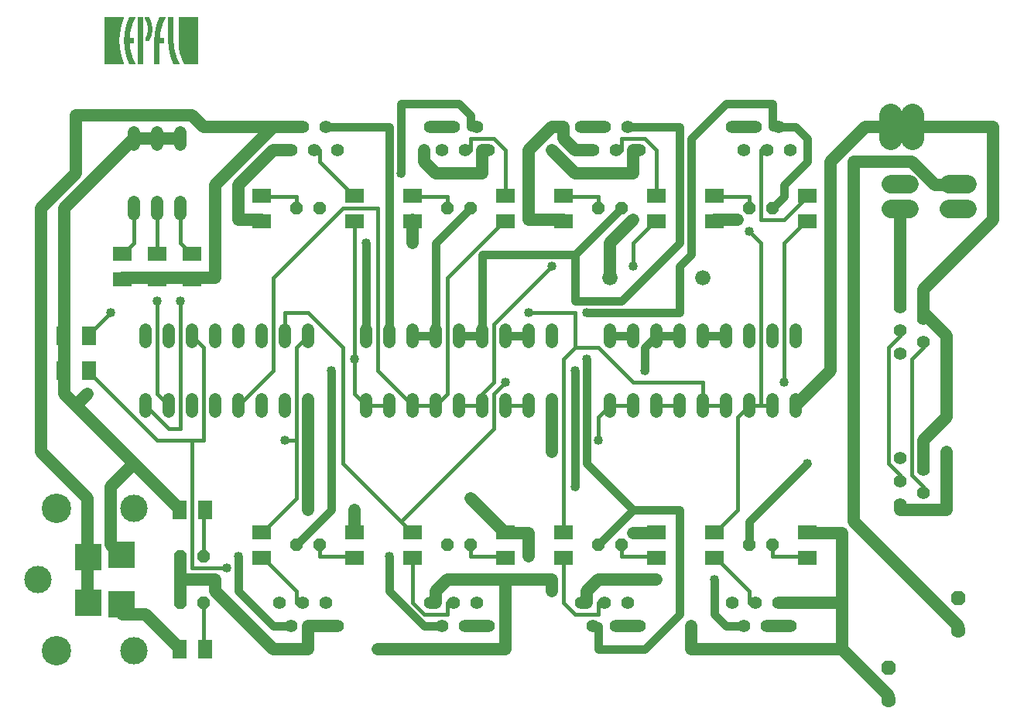
<source format=gtl>
G75*
G70*
%OFA0B0*%
%FSLAX24Y24*%
%IPPOS*%
%LPD*%
%AMOC8*
5,1,8,0,0,1.08239X$1,22.5*
%
%ADD10C,0.0010*%
%ADD11C,0.0520*%
%ADD12C,0.0554*%
%ADD13R,0.0787X0.0630*%
%ADD14OC8,0.0520*%
%ADD15C,0.0660*%
%ADD16C,0.0787*%
%ADD17C,0.1181*%
%ADD18C,0.1266*%
%ADD19R,0.1181X0.1181*%
%ADD20R,0.0630X0.0787*%
%ADD21C,0.1000*%
%ADD22OC8,0.0630*%
%ADD23C,0.0630*%
%ADD24C,0.0540*%
%ADD25C,0.0400*%
%ADD26C,0.0180*%
%ADD27C,0.0360*%
D10*
X003836Y029952D02*
X003836Y031952D01*
X004636Y031952D01*
X004550Y031715D01*
X004488Y031472D01*
X004450Y031223D01*
X004436Y030972D01*
X004436Y030932D01*
X004450Y030681D01*
X004488Y030432D01*
X004550Y030188D01*
X004636Y029952D01*
X003836Y029952D01*
X003836Y029959D02*
X004634Y029959D01*
X004630Y029968D02*
X003836Y029968D01*
X003836Y029977D02*
X004627Y029977D01*
X004624Y029985D02*
X003836Y029985D01*
X003836Y029994D02*
X004621Y029994D01*
X004618Y030002D02*
X003836Y030002D01*
X003836Y030011D02*
X004615Y030011D01*
X004612Y030019D02*
X003836Y030019D01*
X003836Y030028D02*
X004609Y030028D01*
X004606Y030036D02*
X003836Y030036D01*
X003836Y030045D02*
X004602Y030045D01*
X004599Y030053D02*
X003836Y030053D01*
X003836Y030062D02*
X004596Y030062D01*
X004593Y030071D02*
X003836Y030071D01*
X003836Y030079D02*
X004590Y030079D01*
X004587Y030088D02*
X003836Y030088D01*
X003836Y030096D02*
X004584Y030096D01*
X004581Y030105D02*
X003836Y030105D01*
X003836Y030113D02*
X004578Y030113D01*
X004575Y030122D02*
X003836Y030122D01*
X003836Y030130D02*
X004571Y030130D01*
X004568Y030139D02*
X003836Y030139D01*
X003836Y030147D02*
X004565Y030147D01*
X004562Y030156D02*
X003836Y030156D01*
X003836Y030164D02*
X004559Y030164D01*
X004556Y030173D02*
X003836Y030173D01*
X003836Y030182D02*
X004553Y030182D01*
X004550Y030190D02*
X003836Y030190D01*
X003836Y030199D02*
X004548Y030199D01*
X004546Y030207D02*
X003836Y030207D01*
X003836Y030216D02*
X004543Y030216D01*
X004541Y030224D02*
X003836Y030224D01*
X003836Y030233D02*
X004539Y030233D01*
X004537Y030241D02*
X003836Y030241D01*
X003836Y030250D02*
X004535Y030250D01*
X004532Y030258D02*
X003836Y030258D01*
X003836Y030267D02*
X004530Y030267D01*
X004528Y030276D02*
X003836Y030276D01*
X003836Y030284D02*
X004526Y030284D01*
X004524Y030293D02*
X003836Y030293D01*
X003836Y030301D02*
X004521Y030301D01*
X004519Y030310D02*
X003836Y030310D01*
X003836Y030318D02*
X004517Y030318D01*
X004515Y030327D02*
X003836Y030327D01*
X003836Y030335D02*
X004513Y030335D01*
X004511Y030344D02*
X003836Y030344D01*
X003836Y030352D02*
X004508Y030352D01*
X004506Y030361D02*
X003836Y030361D01*
X003836Y030370D02*
X004504Y030370D01*
X004502Y030378D02*
X003836Y030378D01*
X003836Y030387D02*
X004500Y030387D01*
X004497Y030395D02*
X003836Y030395D01*
X003836Y030404D02*
X004495Y030404D01*
X004493Y030412D02*
X003836Y030412D01*
X003836Y030421D02*
X004491Y030421D01*
X004489Y030429D02*
X003836Y030429D01*
X003836Y030438D02*
X004487Y030438D01*
X004486Y030446D02*
X003836Y030446D01*
X003836Y030455D02*
X004484Y030455D01*
X004483Y030464D02*
X003836Y030464D01*
X003836Y030472D02*
X004482Y030472D01*
X004481Y030481D02*
X003836Y030481D01*
X003836Y030489D02*
X004479Y030489D01*
X004478Y030498D02*
X003836Y030498D01*
X003836Y030506D02*
X004477Y030506D01*
X004475Y030515D02*
X003836Y030515D01*
X003836Y030523D02*
X004474Y030523D01*
X004473Y030532D02*
X003836Y030532D01*
X003836Y030540D02*
X004471Y030540D01*
X004470Y030549D02*
X003836Y030549D01*
X003836Y030557D02*
X004469Y030557D01*
X004467Y030566D02*
X003836Y030566D01*
X003836Y030575D02*
X004466Y030575D01*
X004465Y030583D02*
X003836Y030583D01*
X003836Y030592D02*
X004464Y030592D01*
X004462Y030600D02*
X003836Y030600D01*
X003836Y030609D02*
X004461Y030609D01*
X004460Y030617D02*
X003836Y030617D01*
X003836Y030626D02*
X004458Y030626D01*
X004457Y030634D02*
X003836Y030634D01*
X003836Y030643D02*
X004456Y030643D01*
X004454Y030651D02*
X003836Y030651D01*
X003836Y030660D02*
X004453Y030660D01*
X004452Y030669D02*
X003836Y030669D01*
X003836Y030677D02*
X004450Y030677D01*
X004450Y030686D02*
X003836Y030686D01*
X003836Y030694D02*
X004449Y030694D01*
X004449Y030703D02*
X003836Y030703D01*
X003836Y030711D02*
X004448Y030711D01*
X004448Y030720D02*
X003836Y030720D01*
X003836Y030728D02*
X004447Y030728D01*
X004447Y030737D02*
X003836Y030737D01*
X003836Y030745D02*
X004446Y030745D01*
X004446Y030754D02*
X003836Y030754D01*
X003836Y030763D02*
X004445Y030763D01*
X004445Y030771D02*
X003836Y030771D01*
X003836Y030780D02*
X004445Y030780D01*
X004444Y030788D02*
X003836Y030788D01*
X003836Y030797D02*
X004444Y030797D01*
X004443Y030805D02*
X003836Y030805D01*
X003836Y030814D02*
X004443Y030814D01*
X004442Y030822D02*
X003836Y030822D01*
X003836Y030831D02*
X004442Y030831D01*
X004441Y030839D02*
X003836Y030839D01*
X003836Y030848D02*
X004441Y030848D01*
X004440Y030856D02*
X003836Y030856D01*
X003836Y030865D02*
X004440Y030865D01*
X004439Y030874D02*
X003836Y030874D01*
X003836Y030882D02*
X004439Y030882D01*
X004439Y030891D02*
X003836Y030891D01*
X003836Y030899D02*
X004438Y030899D01*
X004438Y030908D02*
X003836Y030908D01*
X003836Y030916D02*
X004437Y030916D01*
X004437Y030925D02*
X003836Y030925D01*
X003836Y030933D02*
X004436Y030933D01*
X004436Y030942D02*
X003836Y030942D01*
X003836Y030950D02*
X004436Y030950D01*
X004436Y030959D02*
X003836Y030959D01*
X003836Y030968D02*
X004436Y030968D01*
X004437Y030976D02*
X003836Y030976D01*
X003836Y030985D02*
X004437Y030985D01*
X004438Y030993D02*
X003836Y030993D01*
X003836Y031002D02*
X004438Y031002D01*
X004438Y031010D02*
X003836Y031010D01*
X003836Y031019D02*
X004439Y031019D01*
X004439Y031027D02*
X003836Y031027D01*
X003836Y031036D02*
X004440Y031036D01*
X004440Y031044D02*
X003836Y031044D01*
X003836Y031053D02*
X004441Y031053D01*
X004441Y031062D02*
X003836Y031062D01*
X003836Y031070D02*
X004442Y031070D01*
X004442Y031079D02*
X003836Y031079D01*
X003836Y031087D02*
X004443Y031087D01*
X004443Y031096D02*
X003836Y031096D01*
X003836Y031104D02*
X004444Y031104D01*
X004444Y031113D02*
X003836Y031113D01*
X003836Y031121D02*
X004444Y031121D01*
X004445Y031130D02*
X003836Y031130D01*
X003836Y031138D02*
X004445Y031138D01*
X004446Y031147D02*
X003836Y031147D01*
X003836Y031156D02*
X004446Y031156D01*
X004447Y031164D02*
X003836Y031164D01*
X003836Y031173D02*
X004447Y031173D01*
X004448Y031181D02*
X003836Y031181D01*
X003836Y031190D02*
X004448Y031190D01*
X004449Y031198D02*
X003836Y031198D01*
X003836Y031207D02*
X004449Y031207D01*
X004450Y031215D02*
X003836Y031215D01*
X003836Y031224D02*
X004450Y031224D01*
X004451Y031232D02*
X003836Y031232D01*
X003836Y031241D02*
X004453Y031241D01*
X004454Y031249D02*
X003836Y031249D01*
X003836Y031258D02*
X004455Y031258D01*
X004457Y031267D02*
X003836Y031267D01*
X003836Y031275D02*
X004458Y031275D01*
X004459Y031284D02*
X003836Y031284D01*
X003836Y031292D02*
X004461Y031292D01*
X004462Y031301D02*
X003836Y031301D01*
X003836Y031309D02*
X004463Y031309D01*
X004464Y031318D02*
X003836Y031318D01*
X003836Y031326D02*
X004466Y031326D01*
X004467Y031335D02*
X003836Y031335D01*
X003836Y031343D02*
X004468Y031343D01*
X004470Y031352D02*
X003836Y031352D01*
X003836Y031361D02*
X004471Y031361D01*
X004472Y031369D02*
X003836Y031369D01*
X003836Y031378D02*
X004474Y031378D01*
X004475Y031386D02*
X003836Y031386D01*
X003836Y031395D02*
X004476Y031395D01*
X004478Y031403D02*
X003836Y031403D01*
X003836Y031412D02*
X004479Y031412D01*
X004480Y031420D02*
X003836Y031420D01*
X003836Y031429D02*
X004481Y031429D01*
X004483Y031437D02*
X003836Y031437D01*
X003836Y031446D02*
X004484Y031446D01*
X004485Y031455D02*
X003836Y031455D01*
X003836Y031463D02*
X004487Y031463D01*
X004488Y031472D02*
X003836Y031472D01*
X003836Y031480D02*
X004490Y031480D01*
X004492Y031489D02*
X003836Y031489D01*
X003836Y031497D02*
X004495Y031497D01*
X004497Y031506D02*
X003836Y031506D01*
X003836Y031514D02*
X004499Y031514D01*
X004501Y031523D02*
X003836Y031523D01*
X003836Y031531D02*
X004503Y031531D01*
X004506Y031540D02*
X003836Y031540D01*
X003836Y031549D02*
X004508Y031549D01*
X004510Y031557D02*
X003836Y031557D01*
X003836Y031566D02*
X004512Y031566D01*
X004514Y031574D02*
X003836Y031574D01*
X003836Y031583D02*
X004516Y031583D01*
X004519Y031591D02*
X003836Y031591D01*
X003836Y031600D02*
X004521Y031600D01*
X004523Y031608D02*
X003836Y031608D01*
X003836Y031617D02*
X004525Y031617D01*
X004527Y031625D02*
X003836Y031625D01*
X003836Y031634D02*
X004530Y031634D01*
X004532Y031642D02*
X003836Y031642D01*
X003836Y031651D02*
X004534Y031651D01*
X004536Y031660D02*
X003836Y031660D01*
X003836Y031668D02*
X004538Y031668D01*
X004541Y031677D02*
X003836Y031677D01*
X003836Y031685D02*
X004543Y031685D01*
X004545Y031694D02*
X003836Y031694D01*
X003836Y031702D02*
X004547Y031702D01*
X004549Y031711D02*
X003836Y031711D01*
X003836Y031719D02*
X004552Y031719D01*
X004555Y031728D02*
X003836Y031728D01*
X003836Y031736D02*
X004558Y031736D01*
X004561Y031745D02*
X003836Y031745D01*
X003836Y031754D02*
X004564Y031754D01*
X004567Y031762D02*
X003836Y031762D01*
X003836Y031771D02*
X004571Y031771D01*
X004574Y031779D02*
X003836Y031779D01*
X003836Y031788D02*
X004577Y031788D01*
X004580Y031796D02*
X003836Y031796D01*
X003836Y031805D02*
X004583Y031805D01*
X004586Y031813D02*
X003836Y031813D01*
X003836Y031822D02*
X004589Y031822D01*
X004592Y031830D02*
X003836Y031830D01*
X003836Y031839D02*
X004595Y031839D01*
X004598Y031848D02*
X003836Y031848D01*
X003836Y031856D02*
X004602Y031856D01*
X004605Y031865D02*
X003836Y031865D01*
X003836Y031873D02*
X004608Y031873D01*
X004611Y031882D02*
X003836Y031882D01*
X003836Y031890D02*
X004614Y031890D01*
X004617Y031899D02*
X003836Y031899D01*
X003836Y031907D02*
X004620Y031907D01*
X004623Y031916D02*
X003836Y031916D01*
X003836Y031924D02*
X004626Y031924D01*
X004630Y031933D02*
X003836Y031933D01*
X003836Y031941D02*
X004633Y031941D01*
X004636Y031950D02*
X003836Y031950D01*
X004793Y031685D02*
X005004Y031685D01*
X005001Y031677D02*
X004791Y031677D01*
X004789Y031668D02*
X004998Y031668D01*
X004995Y031660D02*
X004786Y031660D01*
X004784Y031651D02*
X004993Y031651D01*
X004990Y031642D02*
X004781Y031642D01*
X004779Y031634D02*
X004987Y031634D01*
X004984Y031625D02*
X004777Y031625D01*
X004774Y031617D02*
X004981Y031617D01*
X004979Y031608D02*
X004772Y031608D01*
X004770Y031600D02*
X004976Y031600D01*
X004973Y031591D02*
X004767Y031591D01*
X004765Y031583D02*
X004970Y031583D01*
X004968Y031574D02*
X004763Y031574D01*
X004760Y031566D02*
X004965Y031566D01*
X004962Y031557D02*
X004758Y031557D01*
X004755Y031549D02*
X004959Y031549D01*
X004956Y031540D02*
X004753Y031540D01*
X004751Y031531D02*
X004954Y031531D01*
X004951Y031523D02*
X004748Y031523D01*
X004746Y031514D02*
X004948Y031514D01*
X004948Y031515D02*
X004900Y031285D01*
X004877Y031052D01*
X005077Y031052D01*
X005077Y030852D01*
X004877Y030852D01*
X004900Y030618D01*
X004948Y030389D01*
X005021Y030166D01*
X005116Y029952D01*
X004896Y029952D01*
X004803Y030187D01*
X004735Y030430D01*
X004692Y030679D01*
X004677Y030932D01*
X004677Y030952D01*
X004690Y031209D01*
X004732Y031464D01*
X004801Y031712D01*
X004896Y031952D01*
X005116Y031952D01*
X005021Y031738D01*
X004948Y031515D01*
X004946Y031506D02*
X004744Y031506D01*
X004741Y031497D02*
X004945Y031497D01*
X004943Y031489D02*
X004739Y031489D01*
X004736Y031480D02*
X004941Y031480D01*
X004939Y031472D02*
X004734Y031472D01*
X004732Y031463D02*
X004937Y031463D01*
X004936Y031455D02*
X004730Y031455D01*
X004729Y031446D02*
X004934Y031446D01*
X004932Y031437D02*
X004728Y031437D01*
X004726Y031429D02*
X004930Y031429D01*
X004928Y031420D02*
X004725Y031420D01*
X004723Y031412D02*
X004927Y031412D01*
X004925Y031403D02*
X004722Y031403D01*
X004721Y031395D02*
X004923Y031395D01*
X004921Y031386D02*
X004719Y031386D01*
X004718Y031378D02*
X004919Y031378D01*
X004918Y031369D02*
X004716Y031369D01*
X004715Y031361D02*
X004916Y031361D01*
X004914Y031352D02*
X004714Y031352D01*
X004712Y031343D02*
X004912Y031343D01*
X004911Y031335D02*
X004711Y031335D01*
X004709Y031326D02*
X004909Y031326D01*
X004907Y031318D02*
X004708Y031318D01*
X004707Y031309D02*
X004905Y031309D01*
X004903Y031301D02*
X004705Y031301D01*
X004704Y031292D02*
X004902Y031292D01*
X004900Y031284D02*
X004703Y031284D01*
X004701Y031275D02*
X004899Y031275D01*
X004898Y031267D02*
X004700Y031267D01*
X004698Y031258D02*
X004897Y031258D01*
X004896Y031249D02*
X004697Y031249D01*
X004696Y031241D02*
X004896Y031241D01*
X004895Y031232D02*
X004694Y031232D01*
X004693Y031224D02*
X004894Y031224D01*
X004893Y031215D02*
X004691Y031215D01*
X004690Y031207D02*
X004892Y031207D01*
X004891Y031198D02*
X004690Y031198D01*
X004689Y031190D02*
X004890Y031190D01*
X004890Y031181D02*
X004689Y031181D01*
X004688Y031173D02*
X004889Y031173D01*
X004888Y031164D02*
X004688Y031164D01*
X004687Y031156D02*
X004887Y031156D01*
X004886Y031147D02*
X004687Y031147D01*
X004687Y031138D02*
X004885Y031138D01*
X004884Y031130D02*
X004686Y031130D01*
X004686Y031121D02*
X004884Y031121D01*
X004883Y031113D02*
X004685Y031113D01*
X004685Y031104D02*
X004882Y031104D01*
X004881Y031096D02*
X004684Y031096D01*
X004684Y031087D02*
X004880Y031087D01*
X004879Y031079D02*
X004683Y031079D01*
X004683Y031070D02*
X004878Y031070D01*
X004878Y031062D02*
X004682Y031062D01*
X004682Y031053D02*
X004877Y031053D01*
X004681Y031044D02*
X005077Y031044D01*
X005077Y031036D02*
X004681Y031036D01*
X004681Y031027D02*
X005077Y031027D01*
X005077Y031019D02*
X004680Y031019D01*
X004680Y031010D02*
X005077Y031010D01*
X005077Y031002D02*
X004679Y031002D01*
X004679Y030993D02*
X005077Y030993D01*
X005077Y030985D02*
X004678Y030985D01*
X004678Y030976D02*
X005077Y030976D01*
X005077Y030968D02*
X004677Y030968D01*
X004677Y030959D02*
X005077Y030959D01*
X005077Y030950D02*
X004677Y030950D01*
X004677Y030942D02*
X005077Y030942D01*
X005077Y030933D02*
X004677Y030933D01*
X004677Y030925D02*
X005077Y030925D01*
X005077Y030916D02*
X004678Y030916D01*
X004678Y030908D02*
X005077Y030908D01*
X005077Y030899D02*
X004679Y030899D01*
X004679Y030891D02*
X005077Y030891D01*
X005077Y030882D02*
X004680Y030882D01*
X004680Y030874D02*
X005077Y030874D01*
X005077Y030865D02*
X004681Y030865D01*
X004681Y030856D02*
X005077Y030856D01*
X005277Y030856D02*
X005477Y030856D01*
X005477Y030848D02*
X005277Y030848D01*
X005277Y030839D02*
X005477Y030839D01*
X005477Y030831D02*
X005277Y030831D01*
X005277Y030822D02*
X005477Y030822D01*
X005477Y030814D02*
X005277Y030814D01*
X005277Y030805D02*
X005477Y030805D01*
X005477Y030797D02*
X005277Y030797D01*
X005277Y030788D02*
X005477Y030788D01*
X005477Y030780D02*
X005277Y030780D01*
X005277Y030771D02*
X005477Y030771D01*
X005477Y030763D02*
X005277Y030763D01*
X005277Y030754D02*
X005477Y030754D01*
X005477Y030745D02*
X005277Y030745D01*
X005277Y030737D02*
X005477Y030737D01*
X005477Y030728D02*
X005277Y030728D01*
X005277Y030720D02*
X005477Y030720D01*
X005477Y030711D02*
X005277Y030711D01*
X005277Y030703D02*
X005477Y030703D01*
X005477Y030694D02*
X005277Y030694D01*
X005277Y030686D02*
X005477Y030686D01*
X005477Y030677D02*
X005277Y030677D01*
X005277Y030669D02*
X005477Y030669D01*
X005477Y030660D02*
X005277Y030660D01*
X005277Y030651D02*
X005477Y030651D01*
X005477Y030643D02*
X005277Y030643D01*
X005277Y030634D02*
X005477Y030634D01*
X005477Y030626D02*
X005277Y030626D01*
X005277Y030617D02*
X005477Y030617D01*
X005477Y030609D02*
X005277Y030609D01*
X005277Y030600D02*
X005477Y030600D01*
X005477Y030592D02*
X005277Y030592D01*
X005277Y030583D02*
X005477Y030583D01*
X005477Y030575D02*
X005277Y030575D01*
X005277Y030566D02*
X005477Y030566D01*
X005477Y030557D02*
X005277Y030557D01*
X005277Y030549D02*
X005477Y030549D01*
X005477Y030540D02*
X005277Y030540D01*
X005277Y030532D02*
X005477Y030532D01*
X005477Y030523D02*
X005277Y030523D01*
X005277Y030515D02*
X005477Y030515D01*
X005477Y030506D02*
X005277Y030506D01*
X005277Y030498D02*
X005477Y030498D01*
X005477Y030489D02*
X005277Y030489D01*
X005277Y030481D02*
X005477Y030481D01*
X005477Y030472D02*
X005277Y030472D01*
X005277Y030464D02*
X005477Y030464D01*
X005477Y030455D02*
X005277Y030455D01*
X005277Y030446D02*
X005477Y030446D01*
X005477Y030438D02*
X005277Y030438D01*
X005277Y030429D02*
X005477Y030429D01*
X005477Y030421D02*
X005277Y030421D01*
X005277Y030412D02*
X005477Y030412D01*
X005477Y030404D02*
X005277Y030404D01*
X005277Y030395D02*
X005477Y030395D01*
X005477Y030387D02*
X005277Y030387D01*
X005277Y030378D02*
X005477Y030378D01*
X005477Y030370D02*
X005277Y030370D01*
X005277Y030361D02*
X005477Y030361D01*
X005477Y030352D02*
X005277Y030352D01*
X005277Y030344D02*
X005477Y030344D01*
X005477Y030335D02*
X005277Y030335D01*
X005277Y030327D02*
X005477Y030327D01*
X005477Y030318D02*
X005277Y030318D01*
X005277Y030310D02*
X005477Y030310D01*
X005477Y030301D02*
X005277Y030301D01*
X005277Y030293D02*
X005477Y030293D01*
X005477Y030284D02*
X005277Y030284D01*
X005277Y030276D02*
X005477Y030276D01*
X005477Y030267D02*
X005277Y030267D01*
X005277Y030258D02*
X005477Y030258D01*
X005477Y030250D02*
X005277Y030250D01*
X005277Y030241D02*
X005477Y030241D01*
X005477Y030233D02*
X005277Y030233D01*
X005277Y030224D02*
X005477Y030224D01*
X005477Y030216D02*
X005277Y030216D01*
X005277Y030207D02*
X005477Y030207D01*
X005477Y030199D02*
X005277Y030199D01*
X005277Y030190D02*
X005477Y030190D01*
X005477Y030182D02*
X005277Y030182D01*
X005277Y030173D02*
X005477Y030173D01*
X005477Y030164D02*
X005277Y030164D01*
X005277Y030156D02*
X005477Y030156D01*
X005477Y030147D02*
X005277Y030147D01*
X005277Y030139D02*
X005477Y030139D01*
X005477Y030130D02*
X005277Y030130D01*
X005277Y030122D02*
X005477Y030122D01*
X005477Y030113D02*
X005277Y030113D01*
X005277Y030105D02*
X005477Y030105D01*
X005477Y030096D02*
X005277Y030096D01*
X005277Y030088D02*
X005477Y030088D01*
X005477Y030079D02*
X005277Y030079D01*
X005277Y030071D02*
X005477Y030071D01*
X005477Y030062D02*
X005277Y030062D01*
X005277Y030053D02*
X005477Y030053D01*
X005477Y030045D02*
X005277Y030045D01*
X005277Y030036D02*
X005477Y030036D01*
X005477Y030028D02*
X005277Y030028D01*
X005277Y030019D02*
X005477Y030019D01*
X005477Y030011D02*
X005277Y030011D01*
X005277Y030002D02*
X005477Y030002D01*
X005477Y029994D02*
X005277Y029994D01*
X005277Y029985D02*
X005477Y029985D01*
X005477Y029977D02*
X005277Y029977D01*
X005277Y029968D02*
X005477Y029968D01*
X005477Y029959D02*
X005277Y029959D01*
X005277Y029952D02*
X005277Y031952D01*
X005477Y031952D01*
X005477Y029952D01*
X005277Y029952D01*
X005113Y029959D02*
X004893Y029959D01*
X004890Y029968D02*
X005109Y029968D01*
X005105Y029977D02*
X004886Y029977D01*
X004883Y029985D02*
X005101Y029985D01*
X005098Y029994D02*
X004880Y029994D01*
X004876Y030002D02*
X005094Y030002D01*
X005090Y030011D02*
X004873Y030011D01*
X004869Y030019D02*
X005086Y030019D01*
X005082Y030028D02*
X004866Y030028D01*
X004863Y030036D02*
X005079Y030036D01*
X005075Y030045D02*
X004859Y030045D01*
X004856Y030053D02*
X005071Y030053D01*
X005067Y030062D02*
X004852Y030062D01*
X004849Y030071D02*
X005063Y030071D01*
X005059Y030079D02*
X004846Y030079D01*
X004842Y030088D02*
X005056Y030088D01*
X005052Y030096D02*
X004839Y030096D01*
X004835Y030105D02*
X005048Y030105D01*
X005044Y030113D02*
X004832Y030113D01*
X004829Y030122D02*
X005040Y030122D01*
X005036Y030130D02*
X004825Y030130D01*
X004822Y030139D02*
X005033Y030139D01*
X005029Y030147D02*
X004818Y030147D01*
X004815Y030156D02*
X005025Y030156D01*
X005021Y030164D02*
X004812Y030164D01*
X004808Y030173D02*
X005018Y030173D01*
X005016Y030182D02*
X004805Y030182D01*
X004802Y030190D02*
X005013Y030190D01*
X005010Y030199D02*
X004799Y030199D01*
X004797Y030207D02*
X005007Y030207D01*
X005004Y030216D02*
X004795Y030216D01*
X004792Y030224D02*
X005002Y030224D01*
X004999Y030233D02*
X004790Y030233D01*
X004787Y030241D02*
X004996Y030241D01*
X004993Y030250D02*
X004785Y030250D01*
X004783Y030258D02*
X004991Y030258D01*
X004988Y030267D02*
X004780Y030267D01*
X004778Y030276D02*
X004985Y030276D01*
X004982Y030284D02*
X004775Y030284D01*
X004773Y030293D02*
X004979Y030293D01*
X004977Y030301D02*
X004771Y030301D01*
X004768Y030310D02*
X004974Y030310D01*
X004971Y030318D02*
X004766Y030318D01*
X004764Y030327D02*
X004968Y030327D01*
X004966Y030335D02*
X004761Y030335D01*
X004759Y030344D02*
X004963Y030344D01*
X004960Y030352D02*
X004756Y030352D01*
X004754Y030361D02*
X004957Y030361D01*
X004955Y030370D02*
X004752Y030370D01*
X004749Y030378D02*
X004952Y030378D01*
X004949Y030387D02*
X004747Y030387D01*
X004744Y030395D02*
X004947Y030395D01*
X004945Y030404D02*
X004742Y030404D01*
X004740Y030412D02*
X004943Y030412D01*
X004942Y030421D02*
X004737Y030421D01*
X004735Y030429D02*
X004940Y030429D01*
X004938Y030438D02*
X004733Y030438D01*
X004732Y030446D02*
X004936Y030446D01*
X004934Y030455D02*
X004730Y030455D01*
X004729Y030464D02*
X004933Y030464D01*
X004931Y030472D02*
X004727Y030472D01*
X004726Y030481D02*
X004929Y030481D01*
X004927Y030489D02*
X004725Y030489D01*
X004723Y030498D02*
X004925Y030498D01*
X004924Y030506D02*
X004722Y030506D01*
X004720Y030515D02*
X004922Y030515D01*
X004920Y030523D02*
X004719Y030523D01*
X004717Y030532D02*
X004918Y030532D01*
X004916Y030540D02*
X004716Y030540D01*
X004714Y030549D02*
X004915Y030549D01*
X004913Y030557D02*
X004713Y030557D01*
X004712Y030566D02*
X004911Y030566D01*
X004909Y030575D02*
X004710Y030575D01*
X004709Y030583D02*
X004907Y030583D01*
X004906Y030592D02*
X004707Y030592D01*
X004706Y030600D02*
X004904Y030600D01*
X004902Y030609D02*
X004704Y030609D01*
X004703Y030617D02*
X004900Y030617D01*
X004899Y030626D02*
X004701Y030626D01*
X004700Y030634D02*
X004898Y030634D01*
X004898Y030643D02*
X004699Y030643D01*
X004697Y030651D02*
X004897Y030651D01*
X004896Y030660D02*
X004696Y030660D01*
X004694Y030669D02*
X004895Y030669D01*
X004894Y030677D02*
X004693Y030677D01*
X004692Y030686D02*
X004893Y030686D01*
X004892Y030694D02*
X004691Y030694D01*
X004691Y030703D02*
X004892Y030703D01*
X004891Y030711D02*
X004690Y030711D01*
X004690Y030720D02*
X004890Y030720D01*
X004889Y030728D02*
X004689Y030728D01*
X004689Y030737D02*
X004888Y030737D01*
X004887Y030745D02*
X004688Y030745D01*
X004688Y030754D02*
X004886Y030754D01*
X004886Y030763D02*
X004687Y030763D01*
X004687Y030771D02*
X004885Y030771D01*
X004884Y030780D02*
X004686Y030780D01*
X004686Y030788D02*
X004883Y030788D01*
X004882Y030797D02*
X004685Y030797D01*
X004684Y030805D02*
X004881Y030805D01*
X004880Y030814D02*
X004684Y030814D01*
X004683Y030822D02*
X004879Y030822D01*
X004879Y030831D02*
X004683Y030831D01*
X004682Y030839D02*
X004878Y030839D01*
X004877Y030848D02*
X004682Y030848D01*
X005277Y030865D02*
X005477Y030865D01*
X005477Y030874D02*
X005277Y030874D01*
X005277Y030882D02*
X005477Y030882D01*
X005477Y030891D02*
X005277Y030891D01*
X005277Y030899D02*
X005477Y030899D01*
X005477Y030908D02*
X005277Y030908D01*
X005277Y030916D02*
X005477Y030916D01*
X005477Y030925D02*
X005277Y030925D01*
X005277Y030933D02*
X005477Y030933D01*
X005477Y030942D02*
X005277Y030942D01*
X005277Y030950D02*
X005477Y030950D01*
X005477Y030959D02*
X005277Y030959D01*
X005277Y030968D02*
X005477Y030968D01*
X005477Y030976D02*
X005277Y030976D01*
X005277Y030985D02*
X005477Y030985D01*
X005477Y030993D02*
X005277Y030993D01*
X005277Y031002D02*
X005477Y031002D01*
X005477Y031010D02*
X005277Y031010D01*
X005277Y031019D02*
X005477Y031019D01*
X005477Y031027D02*
X005277Y031027D01*
X005277Y031036D02*
X005477Y031036D01*
X005477Y031044D02*
X005277Y031044D01*
X005277Y031053D02*
X005477Y031053D01*
X005477Y031062D02*
X005277Y031062D01*
X005277Y031070D02*
X005477Y031070D01*
X005477Y031079D02*
X005277Y031079D01*
X005277Y031087D02*
X005477Y031087D01*
X005477Y031096D02*
X005277Y031096D01*
X005277Y031104D02*
X005477Y031104D01*
X005477Y031113D02*
X005277Y031113D01*
X005277Y031121D02*
X005477Y031121D01*
X005477Y031130D02*
X005277Y031130D01*
X005277Y031138D02*
X005477Y031138D01*
X005477Y031147D02*
X005277Y031147D01*
X005277Y031156D02*
X005477Y031156D01*
X005477Y031164D02*
X005277Y031164D01*
X005277Y031173D02*
X005477Y031173D01*
X005477Y031181D02*
X005277Y031181D01*
X005277Y031190D02*
X005477Y031190D01*
X005477Y031198D02*
X005277Y031198D01*
X005277Y031207D02*
X005477Y031207D01*
X005477Y031215D02*
X005277Y031215D01*
X005277Y031224D02*
X005477Y031224D01*
X005477Y031232D02*
X005277Y031232D01*
X005277Y031241D02*
X005477Y031241D01*
X005477Y031249D02*
X005277Y031249D01*
X005277Y031258D02*
X005477Y031258D01*
X005477Y031267D02*
X005277Y031267D01*
X005277Y031275D02*
X005477Y031275D01*
X005477Y031284D02*
X005277Y031284D01*
X005277Y031292D02*
X005477Y031292D01*
X005477Y031301D02*
X005277Y031301D01*
X005277Y031309D02*
X005477Y031309D01*
X005477Y031318D02*
X005277Y031318D01*
X005277Y031326D02*
X005477Y031326D01*
X005477Y031335D02*
X005277Y031335D01*
X005277Y031343D02*
X005477Y031343D01*
X005477Y031352D02*
X005277Y031352D01*
X005277Y031361D02*
X005477Y031361D01*
X005477Y031369D02*
X005277Y031369D01*
X005277Y031378D02*
X005477Y031378D01*
X005477Y031386D02*
X005277Y031386D01*
X005277Y031395D02*
X005477Y031395D01*
X005477Y031403D02*
X005277Y031403D01*
X005277Y031412D02*
X005477Y031412D01*
X005477Y031420D02*
X005277Y031420D01*
X005277Y031429D02*
X005477Y031429D01*
X005477Y031437D02*
X005277Y031437D01*
X005277Y031446D02*
X005477Y031446D01*
X005477Y031455D02*
X005277Y031455D01*
X005277Y031463D02*
X005477Y031463D01*
X005477Y031472D02*
X005277Y031472D01*
X005277Y031480D02*
X005477Y031480D01*
X005477Y031489D02*
X005277Y031489D01*
X005277Y031497D02*
X005477Y031497D01*
X005477Y031506D02*
X005277Y031506D01*
X005277Y031514D02*
X005477Y031514D01*
X005477Y031523D02*
X005277Y031523D01*
X005277Y031531D02*
X005477Y031531D01*
X005477Y031540D02*
X005277Y031540D01*
X005277Y031549D02*
X005477Y031549D01*
X005477Y031557D02*
X005277Y031557D01*
X005277Y031566D02*
X005477Y031566D01*
X005477Y031574D02*
X005277Y031574D01*
X005277Y031583D02*
X005477Y031583D01*
X005477Y031591D02*
X005277Y031591D01*
X005277Y031600D02*
X005477Y031600D01*
X005477Y031608D02*
X005277Y031608D01*
X005277Y031617D02*
X005477Y031617D01*
X005477Y031625D02*
X005277Y031625D01*
X005277Y031634D02*
X005477Y031634D01*
X005477Y031642D02*
X005277Y031642D01*
X005277Y031651D02*
X005477Y031651D01*
X005477Y031660D02*
X005277Y031660D01*
X005277Y031668D02*
X005477Y031668D01*
X005477Y031677D02*
X005277Y031677D01*
X005277Y031685D02*
X005477Y031685D01*
X005477Y031694D02*
X005277Y031694D01*
X005277Y031702D02*
X005477Y031702D01*
X005477Y031711D02*
X005277Y031711D01*
X005277Y031719D02*
X005477Y031719D01*
X005477Y031728D02*
X005277Y031728D01*
X005277Y031736D02*
X005477Y031736D01*
X005477Y031745D02*
X005277Y031745D01*
X005277Y031754D02*
X005477Y031754D01*
X005477Y031762D02*
X005277Y031762D01*
X005277Y031771D02*
X005477Y031771D01*
X005477Y031779D02*
X005277Y031779D01*
X005277Y031788D02*
X005477Y031788D01*
X005477Y031796D02*
X005277Y031796D01*
X005277Y031805D02*
X005477Y031805D01*
X005477Y031813D02*
X005277Y031813D01*
X005277Y031822D02*
X005477Y031822D01*
X005477Y031830D02*
X005277Y031830D01*
X005277Y031839D02*
X005477Y031839D01*
X005477Y031848D02*
X005277Y031848D01*
X005277Y031856D02*
X005477Y031856D01*
X005477Y031865D02*
X005277Y031865D01*
X005277Y031873D02*
X005477Y031873D01*
X005477Y031882D02*
X005277Y031882D01*
X005277Y031890D02*
X005477Y031890D01*
X005477Y031899D02*
X005277Y031899D01*
X005277Y031907D02*
X005477Y031907D01*
X005477Y031916D02*
X005277Y031916D01*
X005277Y031924D02*
X005477Y031924D01*
X005477Y031933D02*
X005277Y031933D01*
X005277Y031941D02*
X005477Y031941D01*
X005477Y031950D02*
X005277Y031950D01*
X005116Y031950D02*
X004896Y031950D01*
X004892Y031941D02*
X005112Y031941D01*
X005108Y031933D02*
X004889Y031933D01*
X004885Y031924D02*
X005104Y031924D01*
X005100Y031916D02*
X004882Y031916D01*
X004879Y031907D02*
X005096Y031907D01*
X005093Y031899D02*
X004875Y031899D01*
X004872Y031890D02*
X005089Y031890D01*
X005085Y031882D02*
X004868Y031882D01*
X004865Y031873D02*
X005081Y031873D01*
X005077Y031865D02*
X004861Y031865D01*
X004858Y031856D02*
X005074Y031856D01*
X005070Y031848D02*
X004855Y031848D01*
X004851Y031839D02*
X005066Y031839D01*
X005062Y031830D02*
X004848Y031830D01*
X004844Y031822D02*
X005058Y031822D01*
X005054Y031813D02*
X004841Y031813D01*
X004838Y031805D02*
X005051Y031805D01*
X005047Y031796D02*
X004834Y031796D01*
X004831Y031788D02*
X005043Y031788D01*
X005039Y031779D02*
X004828Y031779D01*
X004824Y031771D02*
X005035Y031771D01*
X005032Y031762D02*
X004821Y031762D01*
X004817Y031754D02*
X005028Y031754D01*
X005024Y031745D02*
X004814Y031745D01*
X004811Y031736D02*
X005020Y031736D01*
X005017Y031728D02*
X004807Y031728D01*
X004804Y031719D02*
X005015Y031719D01*
X005012Y031711D02*
X004800Y031711D01*
X004798Y031702D02*
X005009Y031702D01*
X005006Y031694D02*
X004796Y031694D01*
X005577Y031892D02*
X005577Y031952D01*
X005716Y031952D01*
X005776Y031835D01*
X005819Y031711D01*
X005846Y031583D01*
X005687Y031583D01*
X005687Y031582D02*
X005664Y031690D01*
X005627Y031794D01*
X005577Y031892D01*
X005577Y031890D02*
X005748Y031890D01*
X005752Y031882D02*
X005582Y031882D01*
X005586Y031873D02*
X005756Y031873D01*
X005761Y031865D02*
X005591Y031865D01*
X005595Y031856D02*
X005765Y031856D01*
X005769Y031848D02*
X005599Y031848D01*
X005604Y031839D02*
X005774Y031839D01*
X005777Y031830D02*
X005608Y031830D01*
X005613Y031822D02*
X005780Y031822D01*
X005783Y031813D02*
X005617Y031813D01*
X005621Y031805D02*
X005786Y031805D01*
X005789Y031796D02*
X005626Y031796D01*
X005629Y031788D02*
X005792Y031788D01*
X005795Y031779D02*
X005632Y031779D01*
X005635Y031771D02*
X005798Y031771D01*
X005801Y031762D02*
X005638Y031762D01*
X005641Y031754D02*
X005804Y031754D01*
X005807Y031745D02*
X005644Y031745D01*
X005648Y031736D02*
X005810Y031736D01*
X005813Y031728D02*
X005651Y031728D01*
X005654Y031719D02*
X005816Y031719D01*
X005819Y031711D02*
X005657Y031711D01*
X005660Y031702D02*
X005821Y031702D01*
X005823Y031694D02*
X005663Y031694D01*
X005665Y031685D02*
X005825Y031685D01*
X005827Y031677D02*
X005667Y031677D01*
X005669Y031668D02*
X005828Y031668D01*
X005830Y031660D02*
X005671Y031660D01*
X005673Y031651D02*
X005832Y031651D01*
X005834Y031642D02*
X005674Y031642D01*
X005676Y031634D02*
X005836Y031634D01*
X005837Y031625D02*
X005678Y031625D01*
X005680Y031617D02*
X005839Y031617D01*
X005841Y031608D02*
X005682Y031608D01*
X005684Y031600D02*
X005843Y031600D01*
X005845Y031591D02*
X005685Y031591D01*
X005687Y031582D02*
X005696Y031472D01*
X005696Y031432D01*
X005689Y031325D01*
X005668Y031220D01*
X005633Y031118D01*
X005586Y031022D01*
X005586Y030952D01*
X005716Y030952D01*
X005776Y031069D01*
X005819Y031193D01*
X005846Y031321D01*
X005856Y031452D01*
X005846Y031583D01*
X005847Y031574D02*
X005688Y031574D01*
X005689Y031566D02*
X005848Y031566D01*
X005848Y031557D02*
X005689Y031557D01*
X005690Y031549D02*
X005849Y031549D01*
X005850Y031540D02*
X005691Y031540D01*
X005691Y031531D02*
X005850Y031531D01*
X005851Y031523D02*
X005692Y031523D01*
X005693Y031514D02*
X005852Y031514D01*
X005852Y031506D02*
X005694Y031506D01*
X005694Y031497D02*
X005853Y031497D01*
X005854Y031489D02*
X005695Y031489D01*
X005696Y031480D02*
X005854Y031480D01*
X005855Y031472D02*
X005696Y031472D01*
X005696Y031463D02*
X005856Y031463D01*
X005856Y031455D02*
X005696Y031455D01*
X005696Y031446D02*
X005856Y031446D01*
X005855Y031437D02*
X005696Y031437D01*
X005696Y031429D02*
X005855Y031429D01*
X005854Y031420D02*
X005695Y031420D01*
X005695Y031412D02*
X005853Y031412D01*
X005853Y031403D02*
X005694Y031403D01*
X005694Y031395D02*
X005852Y031395D01*
X005851Y031386D02*
X005693Y031386D01*
X005692Y031378D02*
X005851Y031378D01*
X005850Y031369D02*
X005692Y031369D01*
X005691Y031361D02*
X005849Y031361D01*
X005849Y031352D02*
X005691Y031352D01*
X005690Y031343D02*
X005848Y031343D01*
X005848Y031335D02*
X005689Y031335D01*
X005689Y031326D02*
X005847Y031326D01*
X005846Y031318D02*
X005687Y031318D01*
X005686Y031309D02*
X005844Y031309D01*
X005842Y031301D02*
X005684Y031301D01*
X005682Y031292D02*
X005840Y031292D01*
X005839Y031284D02*
X005680Y031284D01*
X005679Y031275D02*
X005837Y031275D01*
X005835Y031267D02*
X005677Y031267D01*
X005675Y031258D02*
X005833Y031258D01*
X005831Y031249D02*
X005674Y031249D01*
X005672Y031241D02*
X005830Y031241D01*
X005828Y031232D02*
X005670Y031232D01*
X005668Y031224D02*
X005826Y031224D01*
X005824Y031215D02*
X005666Y031215D01*
X005663Y031207D02*
X005822Y031207D01*
X005821Y031198D02*
X005660Y031198D01*
X005657Y031190D02*
X005818Y031190D01*
X005815Y031181D02*
X005655Y031181D01*
X005652Y031173D02*
X005812Y031173D01*
X005809Y031164D02*
X005649Y031164D01*
X005646Y031156D02*
X005806Y031156D01*
X005803Y031147D02*
X005643Y031147D01*
X005640Y031138D02*
X005800Y031138D01*
X005797Y031130D02*
X005637Y031130D01*
X005634Y031121D02*
X005794Y031121D01*
X005791Y031113D02*
X005631Y031113D01*
X005626Y031104D02*
X005788Y031104D01*
X005785Y031096D02*
X005622Y031096D01*
X005618Y031087D02*
X005782Y031087D01*
X005779Y031079D02*
X005614Y031079D01*
X005610Y031070D02*
X005776Y031070D01*
X005772Y031062D02*
X005606Y031062D01*
X005601Y031053D02*
X005768Y031053D01*
X005763Y031044D02*
X005597Y031044D01*
X005593Y031036D02*
X005759Y031036D01*
X005755Y031027D02*
X005589Y031027D01*
X005586Y031019D02*
X005750Y031019D01*
X005746Y031010D02*
X005586Y031010D01*
X005586Y031002D02*
X005742Y031002D01*
X005737Y030993D02*
X005586Y030993D01*
X005586Y030985D02*
X005733Y030985D01*
X005729Y030976D02*
X005586Y030976D01*
X005586Y030968D02*
X005724Y030968D01*
X005720Y030959D02*
X005586Y030959D01*
X005977Y030952D02*
X005990Y031209D01*
X006032Y031464D01*
X006101Y031712D01*
X006196Y031952D01*
X006416Y031952D01*
X006321Y031738D01*
X006248Y031515D01*
X006200Y031285D01*
X006177Y031052D01*
X006377Y031052D01*
X006377Y030852D01*
X006177Y030852D01*
X006177Y029952D01*
X005977Y029952D01*
X005977Y030952D01*
X005977Y030950D02*
X006377Y030950D01*
X006377Y030942D02*
X005977Y030942D01*
X005977Y030933D02*
X006377Y030933D01*
X006377Y030925D02*
X005977Y030925D01*
X005977Y030916D02*
X006377Y030916D01*
X006377Y030908D02*
X005977Y030908D01*
X005977Y030899D02*
X006377Y030899D01*
X006377Y030891D02*
X005977Y030891D01*
X005977Y030882D02*
X006377Y030882D01*
X006377Y030874D02*
X005977Y030874D01*
X005977Y030865D02*
X006377Y030865D01*
X006377Y030856D02*
X005977Y030856D01*
X005977Y030848D02*
X006177Y030848D01*
X006177Y030839D02*
X005977Y030839D01*
X005977Y030831D02*
X006177Y030831D01*
X006177Y030822D02*
X005977Y030822D01*
X005977Y030814D02*
X006177Y030814D01*
X006177Y030805D02*
X005977Y030805D01*
X005977Y030797D02*
X006177Y030797D01*
X006177Y030788D02*
X005977Y030788D01*
X005977Y030780D02*
X006177Y030780D01*
X006177Y030771D02*
X005977Y030771D01*
X005977Y030763D02*
X006177Y030763D01*
X006177Y030754D02*
X005977Y030754D01*
X005977Y030745D02*
X006177Y030745D01*
X006177Y030737D02*
X005977Y030737D01*
X005977Y030728D02*
X006177Y030728D01*
X006177Y030720D02*
X005977Y030720D01*
X005977Y030711D02*
X006177Y030711D01*
X006177Y030703D02*
X005977Y030703D01*
X005977Y030694D02*
X006177Y030694D01*
X006177Y030686D02*
X005977Y030686D01*
X005977Y030677D02*
X006177Y030677D01*
X006177Y030669D02*
X005977Y030669D01*
X005977Y030660D02*
X006177Y030660D01*
X006177Y030651D02*
X005977Y030651D01*
X005977Y030643D02*
X006177Y030643D01*
X006177Y030634D02*
X005977Y030634D01*
X005977Y030626D02*
X006177Y030626D01*
X006177Y030617D02*
X005977Y030617D01*
X005977Y030609D02*
X006177Y030609D01*
X006177Y030600D02*
X005977Y030600D01*
X005977Y030592D02*
X006177Y030592D01*
X006177Y030583D02*
X005977Y030583D01*
X005977Y030575D02*
X006177Y030575D01*
X006177Y030566D02*
X005977Y030566D01*
X005977Y030557D02*
X006177Y030557D01*
X006177Y030549D02*
X005977Y030549D01*
X005977Y030540D02*
X006177Y030540D01*
X006177Y030532D02*
X005977Y030532D01*
X005977Y030523D02*
X006177Y030523D01*
X006177Y030515D02*
X005977Y030515D01*
X005977Y030506D02*
X006177Y030506D01*
X006177Y030498D02*
X005977Y030498D01*
X005977Y030489D02*
X006177Y030489D01*
X006177Y030481D02*
X005977Y030481D01*
X005977Y030472D02*
X006177Y030472D01*
X006177Y030464D02*
X005977Y030464D01*
X005977Y030455D02*
X006177Y030455D01*
X006177Y030446D02*
X005977Y030446D01*
X005977Y030438D02*
X006177Y030438D01*
X006177Y030429D02*
X005977Y030429D01*
X005977Y030421D02*
X006177Y030421D01*
X006177Y030412D02*
X005977Y030412D01*
X005977Y030404D02*
X006177Y030404D01*
X006177Y030395D02*
X005977Y030395D01*
X005977Y030387D02*
X006177Y030387D01*
X006177Y030378D02*
X005977Y030378D01*
X005977Y030370D02*
X006177Y030370D01*
X006177Y030361D02*
X005977Y030361D01*
X005977Y030352D02*
X006177Y030352D01*
X006177Y030344D02*
X005977Y030344D01*
X005977Y030335D02*
X006177Y030335D01*
X006177Y030327D02*
X005977Y030327D01*
X005977Y030318D02*
X006177Y030318D01*
X006177Y030310D02*
X005977Y030310D01*
X005977Y030301D02*
X006177Y030301D01*
X006177Y030293D02*
X005977Y030293D01*
X005977Y030284D02*
X006177Y030284D01*
X006177Y030276D02*
X005977Y030276D01*
X005977Y030267D02*
X006177Y030267D01*
X006177Y030258D02*
X005977Y030258D01*
X005977Y030250D02*
X006177Y030250D01*
X006177Y030241D02*
X005977Y030241D01*
X005977Y030233D02*
X006177Y030233D01*
X006177Y030224D02*
X005977Y030224D01*
X005977Y030216D02*
X006177Y030216D01*
X006177Y030207D02*
X005977Y030207D01*
X005977Y030199D02*
X006177Y030199D01*
X006177Y030190D02*
X005977Y030190D01*
X005977Y030182D02*
X006177Y030182D01*
X006177Y030173D02*
X005977Y030173D01*
X005977Y030164D02*
X006177Y030164D01*
X006177Y030156D02*
X005977Y030156D01*
X005977Y030147D02*
X006177Y030147D01*
X006177Y030139D02*
X005977Y030139D01*
X005977Y030130D02*
X006177Y030130D01*
X006177Y030122D02*
X005977Y030122D01*
X005977Y030113D02*
X006177Y030113D01*
X006177Y030105D02*
X005977Y030105D01*
X005977Y030096D02*
X006177Y030096D01*
X006177Y030088D02*
X005977Y030088D01*
X005977Y030079D02*
X006177Y030079D01*
X006177Y030071D02*
X005977Y030071D01*
X005977Y030062D02*
X006177Y030062D01*
X006177Y030053D02*
X005977Y030053D01*
X005977Y030045D02*
X006177Y030045D01*
X006177Y030036D02*
X005977Y030036D01*
X005977Y030028D02*
X006177Y030028D01*
X006177Y030019D02*
X005977Y030019D01*
X005977Y030011D02*
X006177Y030011D01*
X006177Y030002D02*
X005977Y030002D01*
X005977Y029994D02*
X006177Y029994D01*
X006177Y029985D02*
X005977Y029985D01*
X005977Y029977D02*
X006177Y029977D01*
X006177Y029968D02*
X005977Y029968D01*
X005977Y029959D02*
X006177Y029959D01*
X006708Y030173D02*
X006918Y030173D01*
X006921Y030166D02*
X007016Y029952D01*
X006796Y029952D01*
X006703Y030187D01*
X006635Y030430D01*
X006592Y030679D01*
X006577Y030932D01*
X006577Y031952D01*
X006777Y031952D01*
X006777Y030852D01*
X006800Y030618D01*
X006848Y030389D01*
X006921Y030166D01*
X006921Y030164D02*
X006712Y030164D01*
X006715Y030156D02*
X006925Y030156D01*
X006929Y030147D02*
X006718Y030147D01*
X006722Y030139D02*
X006933Y030139D01*
X006936Y030130D02*
X006725Y030130D01*
X006729Y030122D02*
X006940Y030122D01*
X006944Y030113D02*
X006732Y030113D01*
X006735Y030105D02*
X006948Y030105D01*
X006952Y030096D02*
X006739Y030096D01*
X006742Y030088D02*
X006956Y030088D01*
X006959Y030079D02*
X006746Y030079D01*
X006749Y030071D02*
X006963Y030071D01*
X006967Y030062D02*
X006752Y030062D01*
X006756Y030053D02*
X006971Y030053D01*
X006975Y030045D02*
X006759Y030045D01*
X006763Y030036D02*
X006979Y030036D01*
X006982Y030028D02*
X006766Y030028D01*
X006769Y030019D02*
X006986Y030019D01*
X006990Y030011D02*
X006773Y030011D01*
X006776Y030002D02*
X006994Y030002D01*
X006998Y029994D02*
X006780Y029994D01*
X006783Y029985D02*
X007001Y029985D01*
X007005Y029977D02*
X006786Y029977D01*
X006790Y029968D02*
X007009Y029968D01*
X007013Y029959D02*
X006793Y029959D01*
X006705Y030182D02*
X006916Y030182D01*
X006913Y030190D02*
X006702Y030190D01*
X006699Y030199D02*
X006910Y030199D01*
X006907Y030207D02*
X006697Y030207D01*
X006695Y030216D02*
X006904Y030216D01*
X006902Y030224D02*
X006692Y030224D01*
X006690Y030233D02*
X006899Y030233D01*
X006896Y030241D02*
X006687Y030241D01*
X006685Y030250D02*
X006893Y030250D01*
X006891Y030258D02*
X006683Y030258D01*
X006680Y030267D02*
X006888Y030267D01*
X006885Y030276D02*
X006678Y030276D01*
X006675Y030284D02*
X006882Y030284D01*
X006879Y030293D02*
X006673Y030293D01*
X006671Y030301D02*
X006877Y030301D01*
X006874Y030310D02*
X006668Y030310D01*
X006666Y030318D02*
X006871Y030318D01*
X006868Y030327D02*
X006664Y030327D01*
X006661Y030335D02*
X006866Y030335D01*
X006863Y030344D02*
X006659Y030344D01*
X006656Y030352D02*
X006860Y030352D01*
X006857Y030361D02*
X006654Y030361D01*
X006652Y030370D02*
X006855Y030370D01*
X006852Y030378D02*
X006649Y030378D01*
X006647Y030387D02*
X006849Y030387D01*
X006847Y030395D02*
X006644Y030395D01*
X006642Y030404D02*
X006845Y030404D01*
X006843Y030412D02*
X006640Y030412D01*
X006637Y030421D02*
X006842Y030421D01*
X006840Y030429D02*
X006635Y030429D01*
X006633Y030438D02*
X006838Y030438D01*
X006836Y030446D02*
X006632Y030446D01*
X006630Y030455D02*
X006834Y030455D01*
X006833Y030464D02*
X006629Y030464D01*
X006627Y030472D02*
X006831Y030472D01*
X006829Y030481D02*
X006626Y030481D01*
X006625Y030489D02*
X006827Y030489D01*
X006825Y030498D02*
X006623Y030498D01*
X006622Y030506D02*
X006824Y030506D01*
X006822Y030515D02*
X006620Y030515D01*
X006619Y030523D02*
X006820Y030523D01*
X006818Y030532D02*
X006617Y030532D01*
X006616Y030540D02*
X006816Y030540D01*
X006815Y030549D02*
X006614Y030549D01*
X006613Y030557D02*
X006813Y030557D01*
X006811Y030566D02*
X006612Y030566D01*
X006610Y030575D02*
X006809Y030575D01*
X006807Y030583D02*
X006609Y030583D01*
X006607Y030592D02*
X006806Y030592D01*
X006804Y030600D02*
X006606Y030600D01*
X006604Y030609D02*
X006802Y030609D01*
X006800Y030617D02*
X006603Y030617D01*
X006601Y030626D02*
X006799Y030626D01*
X006798Y030634D02*
X006600Y030634D01*
X006599Y030643D02*
X006798Y030643D01*
X006797Y030651D02*
X006597Y030651D01*
X006596Y030660D02*
X006796Y030660D01*
X006795Y030669D02*
X006594Y030669D01*
X006593Y030677D02*
X006794Y030677D01*
X006793Y030686D02*
X006592Y030686D01*
X006591Y030694D02*
X006792Y030694D01*
X006792Y030703D02*
X006591Y030703D01*
X006590Y030711D02*
X006791Y030711D01*
X006790Y030720D02*
X006590Y030720D01*
X006589Y030728D02*
X006789Y030728D01*
X006788Y030737D02*
X006589Y030737D01*
X006588Y030745D02*
X006787Y030745D01*
X006786Y030754D02*
X006588Y030754D01*
X006587Y030763D02*
X006786Y030763D01*
X006785Y030771D02*
X006587Y030771D01*
X006586Y030780D02*
X006784Y030780D01*
X006783Y030788D02*
X006586Y030788D01*
X006585Y030797D02*
X006782Y030797D01*
X006781Y030805D02*
X006584Y030805D01*
X006584Y030814D02*
X006780Y030814D01*
X006779Y030822D02*
X006583Y030822D01*
X006583Y030831D02*
X006779Y030831D01*
X006778Y030839D02*
X006582Y030839D01*
X006582Y030848D02*
X006777Y030848D01*
X006777Y030856D02*
X006581Y030856D01*
X006581Y030865D02*
X006777Y030865D01*
X006777Y030874D02*
X006580Y030874D01*
X006580Y030882D02*
X006777Y030882D01*
X006777Y030891D02*
X006579Y030891D01*
X006579Y030899D02*
X006777Y030899D01*
X006777Y030908D02*
X006578Y030908D01*
X006578Y030916D02*
X006777Y030916D01*
X006777Y030925D02*
X006577Y030925D01*
X006577Y030933D02*
X006777Y030933D01*
X006777Y030942D02*
X006577Y030942D01*
X006577Y030950D02*
X006777Y030950D01*
X006777Y030959D02*
X006577Y030959D01*
X006577Y030968D02*
X006777Y030968D01*
X006777Y030976D02*
X006577Y030976D01*
X006577Y030985D02*
X006777Y030985D01*
X006777Y030993D02*
X006577Y030993D01*
X006577Y031002D02*
X006777Y031002D01*
X006777Y031010D02*
X006577Y031010D01*
X006577Y031019D02*
X006777Y031019D01*
X006777Y031027D02*
X006577Y031027D01*
X006577Y031036D02*
X006777Y031036D01*
X006777Y031044D02*
X006577Y031044D01*
X006577Y031053D02*
X006777Y031053D01*
X006777Y031062D02*
X006577Y031062D01*
X006577Y031070D02*
X006777Y031070D01*
X006777Y031079D02*
X006577Y031079D01*
X006577Y031087D02*
X006777Y031087D01*
X006777Y031096D02*
X006577Y031096D01*
X006577Y031104D02*
X006777Y031104D01*
X006777Y031113D02*
X006577Y031113D01*
X006577Y031121D02*
X006777Y031121D01*
X006777Y031130D02*
X006577Y031130D01*
X006577Y031138D02*
X006777Y031138D01*
X006777Y031147D02*
X006577Y031147D01*
X006577Y031156D02*
X006777Y031156D01*
X006777Y031164D02*
X006577Y031164D01*
X006577Y031173D02*
X006777Y031173D01*
X006777Y031181D02*
X006577Y031181D01*
X006577Y031190D02*
X006777Y031190D01*
X006777Y031198D02*
X006577Y031198D01*
X006577Y031207D02*
X006777Y031207D01*
X006777Y031215D02*
X006577Y031215D01*
X006577Y031224D02*
X006777Y031224D01*
X006777Y031232D02*
X006577Y031232D01*
X006577Y031241D02*
X006777Y031241D01*
X006777Y031249D02*
X006577Y031249D01*
X006577Y031258D02*
X006777Y031258D01*
X006777Y031267D02*
X006577Y031267D01*
X006577Y031275D02*
X006777Y031275D01*
X006777Y031284D02*
X006577Y031284D01*
X006577Y031292D02*
X006777Y031292D01*
X006777Y031301D02*
X006577Y031301D01*
X006577Y031309D02*
X006777Y031309D01*
X006777Y031318D02*
X006577Y031318D01*
X006577Y031326D02*
X006777Y031326D01*
X006777Y031335D02*
X006577Y031335D01*
X006577Y031343D02*
X006777Y031343D01*
X006777Y031352D02*
X006577Y031352D01*
X006577Y031361D02*
X006777Y031361D01*
X006777Y031369D02*
X006577Y031369D01*
X006577Y031378D02*
X006777Y031378D01*
X006777Y031386D02*
X006577Y031386D01*
X006577Y031395D02*
X006777Y031395D01*
X006777Y031403D02*
X006577Y031403D01*
X006577Y031412D02*
X006777Y031412D01*
X006777Y031420D02*
X006577Y031420D01*
X006577Y031429D02*
X006777Y031429D01*
X006777Y031437D02*
X006577Y031437D01*
X006577Y031446D02*
X006777Y031446D01*
X006777Y031455D02*
X006577Y031455D01*
X006577Y031463D02*
X006777Y031463D01*
X006777Y031472D02*
X006577Y031472D01*
X006577Y031480D02*
X006777Y031480D01*
X006777Y031489D02*
X006577Y031489D01*
X006577Y031497D02*
X006777Y031497D01*
X006777Y031506D02*
X006577Y031506D01*
X006577Y031514D02*
X006777Y031514D01*
X006777Y031523D02*
X006577Y031523D01*
X006577Y031531D02*
X006777Y031531D01*
X006777Y031540D02*
X006577Y031540D01*
X006577Y031549D02*
X006777Y031549D01*
X006777Y031557D02*
X006577Y031557D01*
X006577Y031566D02*
X006777Y031566D01*
X006777Y031574D02*
X006577Y031574D01*
X006577Y031583D02*
X006777Y031583D01*
X006777Y031591D02*
X006577Y031591D01*
X006577Y031600D02*
X006777Y031600D01*
X006777Y031608D02*
X006577Y031608D01*
X006577Y031617D02*
X006777Y031617D01*
X006777Y031625D02*
X006577Y031625D01*
X006577Y031634D02*
X006777Y031634D01*
X006777Y031642D02*
X006577Y031642D01*
X006577Y031651D02*
X006777Y031651D01*
X006777Y031660D02*
X006577Y031660D01*
X006577Y031668D02*
X006777Y031668D01*
X006777Y031677D02*
X006577Y031677D01*
X006577Y031685D02*
X006777Y031685D01*
X006777Y031694D02*
X006577Y031694D01*
X006577Y031702D02*
X006777Y031702D01*
X006777Y031711D02*
X006577Y031711D01*
X006577Y031719D02*
X006777Y031719D01*
X006777Y031728D02*
X006577Y031728D01*
X006577Y031736D02*
X006777Y031736D01*
X006777Y031745D02*
X006577Y031745D01*
X006577Y031754D02*
X006777Y031754D01*
X006777Y031762D02*
X006577Y031762D01*
X006577Y031771D02*
X006777Y031771D01*
X006777Y031779D02*
X006577Y031779D01*
X006577Y031788D02*
X006777Y031788D01*
X006777Y031796D02*
X006577Y031796D01*
X006577Y031805D02*
X006777Y031805D01*
X006777Y031813D02*
X006577Y031813D01*
X006577Y031822D02*
X006777Y031822D01*
X006777Y031830D02*
X006577Y031830D01*
X006577Y031839D02*
X006777Y031839D01*
X006777Y031848D02*
X006577Y031848D01*
X006577Y031856D02*
X006777Y031856D01*
X006777Y031865D02*
X006577Y031865D01*
X006577Y031873D02*
X006777Y031873D01*
X006777Y031882D02*
X006577Y031882D01*
X006577Y031890D02*
X006777Y031890D01*
X006777Y031899D02*
X006577Y031899D01*
X006577Y031907D02*
X006777Y031907D01*
X006777Y031916D02*
X006577Y031916D01*
X006577Y031924D02*
X006777Y031924D01*
X006777Y031933D02*
X006577Y031933D01*
X006577Y031941D02*
X006777Y031941D01*
X006777Y031950D02*
X006577Y031950D01*
X006416Y031950D02*
X006196Y031950D01*
X006192Y031941D02*
X006412Y031941D01*
X006408Y031933D02*
X006189Y031933D01*
X006185Y031924D02*
X006404Y031924D01*
X006400Y031916D02*
X006182Y031916D01*
X006179Y031907D02*
X006396Y031907D01*
X006393Y031899D02*
X006175Y031899D01*
X006172Y031890D02*
X006389Y031890D01*
X006385Y031882D02*
X006168Y031882D01*
X006165Y031873D02*
X006381Y031873D01*
X006377Y031865D02*
X006161Y031865D01*
X006158Y031856D02*
X006374Y031856D01*
X006370Y031848D02*
X006155Y031848D01*
X006151Y031839D02*
X006366Y031839D01*
X006362Y031830D02*
X006148Y031830D01*
X006144Y031822D02*
X006358Y031822D01*
X006354Y031813D02*
X006141Y031813D01*
X006138Y031805D02*
X006351Y031805D01*
X006347Y031796D02*
X006134Y031796D01*
X006131Y031788D02*
X006343Y031788D01*
X006339Y031779D02*
X006128Y031779D01*
X006124Y031771D02*
X006335Y031771D01*
X006332Y031762D02*
X006121Y031762D01*
X006117Y031754D02*
X006328Y031754D01*
X006324Y031745D02*
X006114Y031745D01*
X006111Y031736D02*
X006320Y031736D01*
X006317Y031728D02*
X006107Y031728D01*
X006104Y031719D02*
X006315Y031719D01*
X006312Y031711D02*
X006100Y031711D01*
X006098Y031702D02*
X006309Y031702D01*
X006306Y031694D02*
X006096Y031694D01*
X006093Y031685D02*
X006304Y031685D01*
X006301Y031677D02*
X006091Y031677D01*
X006089Y031668D02*
X006298Y031668D01*
X006295Y031660D02*
X006086Y031660D01*
X006084Y031651D02*
X006293Y031651D01*
X006290Y031642D02*
X006081Y031642D01*
X006079Y031634D02*
X006287Y031634D01*
X006284Y031625D02*
X006077Y031625D01*
X006074Y031617D02*
X006281Y031617D01*
X006279Y031608D02*
X006072Y031608D01*
X006070Y031600D02*
X006276Y031600D01*
X006273Y031591D02*
X006067Y031591D01*
X006065Y031583D02*
X006270Y031583D01*
X006268Y031574D02*
X006063Y031574D01*
X006060Y031566D02*
X006265Y031566D01*
X006262Y031557D02*
X006058Y031557D01*
X006055Y031549D02*
X006259Y031549D01*
X006256Y031540D02*
X006053Y031540D01*
X006051Y031531D02*
X006254Y031531D01*
X006251Y031523D02*
X006048Y031523D01*
X006046Y031514D02*
X006248Y031514D01*
X006246Y031506D02*
X006044Y031506D01*
X006041Y031497D02*
X006245Y031497D01*
X006243Y031489D02*
X006039Y031489D01*
X006036Y031480D02*
X006241Y031480D01*
X006239Y031472D02*
X006034Y031472D01*
X006032Y031463D02*
X006237Y031463D01*
X006236Y031455D02*
X006030Y031455D01*
X006029Y031446D02*
X006234Y031446D01*
X006232Y031437D02*
X006028Y031437D01*
X006026Y031429D02*
X006230Y031429D01*
X006228Y031420D02*
X006025Y031420D01*
X006023Y031412D02*
X006227Y031412D01*
X006225Y031403D02*
X006022Y031403D01*
X006021Y031395D02*
X006223Y031395D01*
X006221Y031386D02*
X006019Y031386D01*
X006018Y031378D02*
X006219Y031378D01*
X006218Y031369D02*
X006016Y031369D01*
X006015Y031361D02*
X006216Y031361D01*
X006214Y031352D02*
X006014Y031352D01*
X006012Y031343D02*
X006212Y031343D01*
X006211Y031335D02*
X006011Y031335D01*
X006009Y031326D02*
X006209Y031326D01*
X006207Y031318D02*
X006008Y031318D01*
X006007Y031309D02*
X006205Y031309D01*
X006203Y031301D02*
X006005Y031301D01*
X006004Y031292D02*
X006202Y031292D01*
X006200Y031284D02*
X006003Y031284D01*
X006001Y031275D02*
X006199Y031275D01*
X006198Y031267D02*
X006000Y031267D01*
X005998Y031258D02*
X006197Y031258D01*
X006196Y031249D02*
X005997Y031249D01*
X005996Y031241D02*
X006196Y031241D01*
X006195Y031232D02*
X005994Y031232D01*
X005993Y031224D02*
X006194Y031224D01*
X006193Y031215D02*
X005991Y031215D01*
X005990Y031207D02*
X006192Y031207D01*
X006191Y031198D02*
X005990Y031198D01*
X005989Y031190D02*
X006190Y031190D01*
X006190Y031181D02*
X005989Y031181D01*
X005988Y031173D02*
X006189Y031173D01*
X006188Y031164D02*
X005988Y031164D01*
X005987Y031156D02*
X006187Y031156D01*
X006186Y031147D02*
X005987Y031147D01*
X005987Y031138D02*
X006185Y031138D01*
X006184Y031130D02*
X005986Y031130D01*
X005986Y031121D02*
X006184Y031121D01*
X006183Y031113D02*
X005985Y031113D01*
X005985Y031104D02*
X006182Y031104D01*
X006181Y031096D02*
X005984Y031096D01*
X005984Y031087D02*
X006180Y031087D01*
X006179Y031079D02*
X005983Y031079D01*
X005983Y031070D02*
X006178Y031070D01*
X006178Y031062D02*
X005982Y031062D01*
X005982Y031053D02*
X006177Y031053D01*
X005981Y031044D02*
X006377Y031044D01*
X006377Y031036D02*
X005981Y031036D01*
X005981Y031027D02*
X006377Y031027D01*
X006377Y031019D02*
X005980Y031019D01*
X005980Y031010D02*
X006377Y031010D01*
X006377Y031002D02*
X005979Y031002D01*
X005979Y030993D02*
X006377Y030993D01*
X006377Y030985D02*
X005978Y030985D01*
X005978Y030976D02*
X006377Y030976D01*
X006377Y030968D02*
X005977Y030968D01*
X005977Y030959D02*
X006377Y030959D01*
X007016Y030959D02*
X007836Y030959D01*
X007836Y030968D02*
X007016Y030968D01*
X007016Y030976D02*
X007836Y030976D01*
X007836Y030985D02*
X007016Y030985D01*
X007016Y030993D02*
X007836Y030993D01*
X007836Y031002D02*
X007016Y031002D01*
X007016Y031010D02*
X007836Y031010D01*
X007836Y031019D02*
X007016Y031019D01*
X007016Y031027D02*
X007836Y031027D01*
X007836Y031036D02*
X007016Y031036D01*
X007016Y031044D02*
X007836Y031044D01*
X007836Y031053D02*
X007016Y031053D01*
X007016Y031062D02*
X007836Y031062D01*
X007836Y031070D02*
X007016Y031070D01*
X007016Y031079D02*
X007836Y031079D01*
X007836Y031087D02*
X007016Y031087D01*
X007016Y031096D02*
X007836Y031096D01*
X007836Y031104D02*
X007016Y031104D01*
X007016Y031113D02*
X007836Y031113D01*
X007836Y031121D02*
X007016Y031121D01*
X007016Y031130D02*
X007836Y031130D01*
X007836Y031138D02*
X007016Y031138D01*
X007016Y031147D02*
X007836Y031147D01*
X007836Y031156D02*
X007016Y031156D01*
X007016Y031164D02*
X007836Y031164D01*
X007836Y031173D02*
X007016Y031173D01*
X007016Y031181D02*
X007836Y031181D01*
X007836Y031190D02*
X007016Y031190D01*
X007016Y031198D02*
X007836Y031198D01*
X007836Y031207D02*
X007016Y031207D01*
X007016Y031215D02*
X007836Y031215D01*
X007836Y031224D02*
X007016Y031224D01*
X007016Y031232D02*
X007836Y031232D01*
X007836Y031241D02*
X007016Y031241D01*
X007016Y031249D02*
X007836Y031249D01*
X007836Y031258D02*
X007016Y031258D01*
X007016Y031267D02*
X007836Y031267D01*
X007836Y031275D02*
X007016Y031275D01*
X007016Y031284D02*
X007836Y031284D01*
X007836Y031292D02*
X007016Y031292D01*
X007016Y031301D02*
X007836Y031301D01*
X007836Y031309D02*
X007016Y031309D01*
X007016Y031318D02*
X007836Y031318D01*
X007836Y031326D02*
X007016Y031326D01*
X007016Y031335D02*
X007836Y031335D01*
X007836Y031343D02*
X007016Y031343D01*
X007016Y031352D02*
X007836Y031352D01*
X007836Y031361D02*
X007016Y031361D01*
X007016Y031369D02*
X007836Y031369D01*
X007836Y031378D02*
X007016Y031378D01*
X007016Y031386D02*
X007836Y031386D01*
X007836Y031395D02*
X007016Y031395D01*
X007016Y031403D02*
X007836Y031403D01*
X007836Y031412D02*
X007016Y031412D01*
X007016Y031420D02*
X007836Y031420D01*
X007836Y031429D02*
X007016Y031429D01*
X007016Y031437D02*
X007836Y031437D01*
X007836Y031446D02*
X007016Y031446D01*
X007016Y031455D02*
X007836Y031455D01*
X007836Y031463D02*
X007016Y031463D01*
X007016Y031472D02*
X007836Y031472D01*
X007836Y031480D02*
X007016Y031480D01*
X007016Y031489D02*
X007836Y031489D01*
X007836Y031497D02*
X007016Y031497D01*
X007016Y031506D02*
X007836Y031506D01*
X007836Y031514D02*
X007016Y031514D01*
X007016Y031523D02*
X007836Y031523D01*
X007836Y031531D02*
X007016Y031531D01*
X007016Y031540D02*
X007836Y031540D01*
X007836Y031549D02*
X007016Y031549D01*
X007016Y031557D02*
X007836Y031557D01*
X007836Y031566D02*
X007016Y031566D01*
X007016Y031574D02*
X007836Y031574D01*
X007836Y031583D02*
X007016Y031583D01*
X007016Y031591D02*
X007836Y031591D01*
X007836Y031600D02*
X007016Y031600D01*
X007016Y031608D02*
X007836Y031608D01*
X007836Y031617D02*
X007016Y031617D01*
X007016Y031625D02*
X007836Y031625D01*
X007836Y031634D02*
X007016Y031634D01*
X007016Y031642D02*
X007836Y031642D01*
X007836Y031651D02*
X007016Y031651D01*
X007016Y031660D02*
X007836Y031660D01*
X007836Y031668D02*
X007016Y031668D01*
X007016Y031677D02*
X007836Y031677D01*
X007836Y031685D02*
X007016Y031685D01*
X007016Y031694D02*
X007836Y031694D01*
X007836Y031702D02*
X007016Y031702D01*
X007016Y031711D02*
X007836Y031711D01*
X007836Y031719D02*
X007016Y031719D01*
X007016Y031728D02*
X007836Y031728D01*
X007836Y031736D02*
X007016Y031736D01*
X007016Y031745D02*
X007836Y031745D01*
X007836Y031754D02*
X007016Y031754D01*
X007016Y031762D02*
X007836Y031762D01*
X007836Y031771D02*
X007016Y031771D01*
X007016Y031779D02*
X007836Y031779D01*
X007836Y031788D02*
X007016Y031788D01*
X007016Y031796D02*
X007836Y031796D01*
X007836Y031805D02*
X007016Y031805D01*
X007016Y031813D02*
X007836Y031813D01*
X007836Y031822D02*
X007016Y031822D01*
X007016Y031830D02*
X007836Y031830D01*
X007836Y031839D02*
X007016Y031839D01*
X007016Y031848D02*
X007836Y031848D01*
X007836Y031856D02*
X007016Y031856D01*
X007016Y031865D02*
X007836Y031865D01*
X007836Y031873D02*
X007016Y031873D01*
X007016Y031882D02*
X007836Y031882D01*
X007836Y031890D02*
X007016Y031890D01*
X007016Y031899D02*
X007836Y031899D01*
X007836Y031907D02*
X007016Y031907D01*
X007016Y031916D02*
X007836Y031916D01*
X007836Y031924D02*
X007016Y031924D01*
X007016Y031933D02*
X007836Y031933D01*
X007836Y031941D02*
X007016Y031941D01*
X007016Y031950D02*
X007836Y031950D01*
X007836Y031952D02*
X007836Y029952D01*
X007256Y029952D01*
X007154Y030185D01*
X007079Y030428D01*
X007033Y030678D01*
X007016Y030932D01*
X007016Y031952D01*
X007836Y031952D01*
X007836Y030950D02*
X007016Y030950D01*
X007016Y030942D02*
X007836Y030942D01*
X007836Y030933D02*
X007016Y030933D01*
X007017Y030925D02*
X007836Y030925D01*
X007836Y030916D02*
X007017Y030916D01*
X007018Y030908D02*
X007836Y030908D01*
X007836Y030899D02*
X007019Y030899D01*
X007019Y030891D02*
X007836Y030891D01*
X007836Y030882D02*
X007020Y030882D01*
X007020Y030874D02*
X007836Y030874D01*
X007836Y030865D02*
X007021Y030865D01*
X007021Y030856D02*
X007836Y030856D01*
X007836Y030848D02*
X007022Y030848D01*
X007023Y030839D02*
X007836Y030839D01*
X007836Y030831D02*
X007023Y030831D01*
X007024Y030822D02*
X007836Y030822D01*
X007836Y030814D02*
X007024Y030814D01*
X007025Y030805D02*
X007836Y030805D01*
X007836Y030797D02*
X007025Y030797D01*
X007026Y030788D02*
X007836Y030788D01*
X007836Y030780D02*
X007026Y030780D01*
X007027Y030771D02*
X007836Y030771D01*
X007836Y030763D02*
X007028Y030763D01*
X007028Y030754D02*
X007836Y030754D01*
X007836Y030745D02*
X007029Y030745D01*
X007029Y030737D02*
X007836Y030737D01*
X007836Y030728D02*
X007030Y030728D01*
X007031Y030720D02*
X007836Y030720D01*
X007836Y030711D02*
X007031Y030711D01*
X007032Y030703D02*
X007836Y030703D01*
X007836Y030694D02*
X007032Y030694D01*
X007033Y030686D02*
X007836Y030686D01*
X007836Y030677D02*
X007033Y030677D01*
X007035Y030669D02*
X007836Y030669D01*
X007836Y030660D02*
X007037Y030660D01*
X007038Y030651D02*
X007836Y030651D01*
X007836Y030643D02*
X007040Y030643D01*
X007041Y030634D02*
X007836Y030634D01*
X007836Y030626D02*
X007043Y030626D01*
X007045Y030617D02*
X007836Y030617D01*
X007836Y030609D02*
X007046Y030609D01*
X007048Y030600D02*
X007836Y030600D01*
X007836Y030592D02*
X007049Y030592D01*
X007051Y030583D02*
X007836Y030583D01*
X007836Y030575D02*
X007052Y030575D01*
X007054Y030566D02*
X007836Y030566D01*
X007836Y030557D02*
X007056Y030557D01*
X007057Y030549D02*
X007836Y030549D01*
X007836Y030540D02*
X007059Y030540D01*
X007060Y030532D02*
X007836Y030532D01*
X007836Y030523D02*
X007062Y030523D01*
X007063Y030515D02*
X007836Y030515D01*
X007836Y030506D02*
X007065Y030506D01*
X007067Y030498D02*
X007836Y030498D01*
X007836Y030489D02*
X007068Y030489D01*
X007070Y030481D02*
X007836Y030481D01*
X007836Y030472D02*
X007071Y030472D01*
X007073Y030464D02*
X007836Y030464D01*
X007836Y030455D02*
X007074Y030455D01*
X007076Y030446D02*
X007836Y030446D01*
X007836Y030438D02*
X007078Y030438D01*
X007079Y030429D02*
X007836Y030429D01*
X007836Y030421D02*
X007082Y030421D01*
X007084Y030412D02*
X007836Y030412D01*
X007836Y030404D02*
X007087Y030404D01*
X007089Y030395D02*
X007836Y030395D01*
X007836Y030387D02*
X007092Y030387D01*
X007095Y030378D02*
X007836Y030378D01*
X007836Y030370D02*
X007097Y030370D01*
X007100Y030361D02*
X007836Y030361D01*
X007836Y030352D02*
X007103Y030352D01*
X007105Y030344D02*
X007836Y030344D01*
X007836Y030335D02*
X007108Y030335D01*
X007111Y030327D02*
X007836Y030327D01*
X007836Y030318D02*
X007113Y030318D01*
X007116Y030310D02*
X007836Y030310D01*
X007836Y030301D02*
X007118Y030301D01*
X007121Y030293D02*
X007836Y030293D01*
X007836Y030284D02*
X007124Y030284D01*
X007126Y030276D02*
X007836Y030276D01*
X007836Y030267D02*
X007129Y030267D01*
X007131Y030258D02*
X007836Y030258D01*
X007836Y030250D02*
X007134Y030250D01*
X007137Y030241D02*
X007836Y030241D01*
X007836Y030233D02*
X007139Y030233D01*
X007142Y030224D02*
X007836Y030224D01*
X007836Y030216D02*
X007145Y030216D01*
X007147Y030207D02*
X007836Y030207D01*
X007836Y030199D02*
X007150Y030199D01*
X007153Y030190D02*
X007836Y030190D01*
X007836Y030182D02*
X007156Y030182D01*
X007159Y030173D02*
X007836Y030173D01*
X007836Y030164D02*
X007163Y030164D01*
X007167Y030156D02*
X007836Y030156D01*
X007836Y030147D02*
X007171Y030147D01*
X007174Y030139D02*
X007836Y030139D01*
X007836Y030130D02*
X007178Y030130D01*
X007182Y030122D02*
X007836Y030122D01*
X007836Y030113D02*
X007186Y030113D01*
X007189Y030105D02*
X007836Y030105D01*
X007836Y030096D02*
X007193Y030096D01*
X007197Y030088D02*
X007836Y030088D01*
X007836Y030079D02*
X007201Y030079D01*
X007204Y030071D02*
X007836Y030071D01*
X007836Y030062D02*
X007208Y030062D01*
X007212Y030053D02*
X007836Y030053D01*
X007836Y030045D02*
X007216Y030045D01*
X007219Y030036D02*
X007836Y030036D01*
X007836Y030028D02*
X007223Y030028D01*
X007227Y030019D02*
X007836Y030019D01*
X007836Y030011D02*
X007231Y030011D01*
X007234Y030002D02*
X007836Y030002D01*
X007836Y029994D02*
X007238Y029994D01*
X007242Y029985D02*
X007836Y029985D01*
X007836Y029977D02*
X007246Y029977D01*
X007249Y029968D02*
X007836Y029968D01*
X007836Y029959D02*
X007253Y029959D01*
X005743Y031899D02*
X005577Y031899D01*
X005577Y031907D02*
X005739Y031907D01*
X005735Y031916D02*
X005577Y031916D01*
X005577Y031924D02*
X005730Y031924D01*
X005726Y031933D02*
X005577Y031933D01*
X005577Y031941D02*
X005721Y031941D01*
X005717Y031950D02*
X005577Y031950D01*
D11*
X005105Y026972D02*
X005105Y026452D01*
X006105Y026452D02*
X006105Y026972D01*
X007105Y026972D02*
X007105Y026452D01*
X007105Y023972D02*
X007105Y023452D01*
X006105Y023452D02*
X006105Y023972D01*
X005105Y023972D02*
X005105Y023452D01*
X005605Y018472D02*
X005605Y017952D01*
X006605Y017952D02*
X006605Y018472D01*
X007605Y018472D02*
X007605Y017952D01*
X008605Y017952D02*
X008605Y018472D01*
X009605Y018472D02*
X009605Y017952D01*
X010605Y017952D02*
X010605Y018472D01*
X011605Y018472D02*
X011605Y017952D01*
X012605Y017952D02*
X012605Y018472D01*
X015105Y018472D02*
X015105Y017952D01*
X016105Y017952D02*
X016105Y018472D01*
X017105Y018472D02*
X017105Y017952D01*
X018105Y017952D02*
X018105Y018472D01*
X019105Y018472D02*
X019105Y017952D01*
X020105Y017952D02*
X020105Y018472D01*
X021105Y018472D02*
X021105Y017952D01*
X022105Y017952D02*
X022105Y018472D01*
X023105Y018472D02*
X023105Y017952D01*
X025605Y017952D02*
X025605Y018472D01*
X026605Y018472D02*
X026605Y017952D01*
X027605Y017952D02*
X027605Y018472D01*
X028605Y018472D02*
X028605Y017952D01*
X029605Y017952D02*
X029605Y018472D01*
X030605Y018472D02*
X030605Y017952D01*
X031605Y017952D02*
X031605Y018472D01*
X032605Y018472D02*
X032605Y017952D01*
X033605Y017952D02*
X033605Y018472D01*
X033605Y015472D02*
X033605Y014952D01*
X032605Y014952D02*
X032605Y015472D01*
X031605Y015472D02*
X031605Y014952D01*
X030605Y014952D02*
X030605Y015472D01*
X029605Y015472D02*
X029605Y014952D01*
X028605Y014952D02*
X028605Y015472D01*
X027605Y015472D02*
X027605Y014952D01*
X026605Y014952D02*
X026605Y015472D01*
X025605Y015472D02*
X025605Y014952D01*
X023105Y014952D02*
X023105Y015472D01*
X022105Y015472D02*
X022105Y014952D01*
X021105Y014952D02*
X021105Y015472D01*
X020105Y015472D02*
X020105Y014952D01*
X019105Y014952D02*
X019105Y015472D01*
X018105Y015472D02*
X018105Y014952D01*
X017105Y014952D02*
X017105Y015472D01*
X016105Y015472D02*
X016105Y014952D01*
X015105Y014952D02*
X015105Y015472D01*
X012605Y015472D02*
X012605Y014952D01*
X011605Y014952D02*
X011605Y015472D01*
X010605Y015472D02*
X010605Y014952D01*
X009605Y014952D02*
X009605Y015472D01*
X008605Y015472D02*
X008605Y014952D01*
X007605Y014952D02*
X007605Y015472D01*
X006605Y015472D02*
X006605Y014952D01*
X005605Y014952D02*
X005605Y015472D01*
D12*
X011355Y006712D03*
X012355Y006712D03*
X013355Y006712D03*
X013855Y005712D03*
X012855Y005712D03*
X011855Y005712D03*
X017855Y006712D03*
X018855Y006712D03*
X019855Y006712D03*
X020355Y005712D03*
X019355Y005712D03*
X018355Y005712D03*
X024355Y006712D03*
X025355Y006712D03*
X026355Y006712D03*
X026855Y005712D03*
X025855Y005712D03*
X024855Y005712D03*
X030855Y006712D03*
X031855Y006712D03*
X032855Y006712D03*
X033355Y005712D03*
X032355Y005712D03*
X031355Y005712D03*
X038105Y010962D03*
X039105Y011462D03*
X038105Y011962D03*
X039105Y012462D03*
X038105Y012962D03*
X039105Y013462D03*
X038105Y017462D03*
X039105Y017962D03*
X038105Y018462D03*
X039105Y018962D03*
X038105Y019462D03*
X039105Y019962D03*
X033355Y026212D03*
X032355Y026212D03*
X031355Y026212D03*
X031855Y027212D03*
X032855Y027212D03*
X030855Y027212D03*
X026855Y026212D03*
X025855Y026212D03*
X024855Y026212D03*
X025355Y027212D03*
X026355Y027212D03*
X024355Y027212D03*
X020355Y026212D03*
X019355Y026212D03*
X018355Y026212D03*
X018855Y027212D03*
X019855Y027212D03*
X017855Y027212D03*
X013855Y026212D03*
X012855Y026212D03*
X011855Y026212D03*
X012355Y027212D03*
X013355Y027212D03*
X011355Y027212D03*
D13*
X010605Y024263D03*
X010605Y023160D03*
X007605Y021763D03*
X006105Y021763D03*
X004605Y021763D03*
X004605Y020660D03*
X006105Y020660D03*
X007605Y020660D03*
X014605Y023160D03*
X014605Y024263D03*
X017105Y024263D03*
X017105Y023160D03*
X021105Y023160D03*
X021105Y024263D03*
X023605Y024263D03*
X023605Y023160D03*
X027605Y023160D03*
X027605Y024263D03*
X030105Y024263D03*
X030105Y023160D03*
X034105Y023160D03*
X034105Y024263D03*
X034105Y009763D03*
X034105Y008660D03*
X030105Y008660D03*
X030105Y009763D03*
X027605Y009763D03*
X027605Y008660D03*
X023605Y008660D03*
X023605Y009763D03*
X021105Y009763D03*
X021105Y008660D03*
X017105Y008660D03*
X017105Y009763D03*
X014605Y009763D03*
X014605Y008660D03*
X010605Y008660D03*
X010605Y009763D03*
D14*
X012105Y009212D03*
X013105Y009212D03*
X008105Y008712D03*
X007105Y008712D03*
X007105Y006712D03*
X008105Y006712D03*
X018605Y009212D03*
X019605Y009212D03*
X025105Y009212D03*
X026105Y009212D03*
X031605Y009212D03*
X032605Y009212D03*
X032605Y023712D03*
X031605Y023712D03*
X026105Y023712D03*
X025105Y023712D03*
X019605Y023712D03*
X018605Y023712D03*
X013105Y023712D03*
X012105Y023712D03*
D15*
X025605Y020712D03*
X029605Y020712D03*
D16*
X037711Y023682D02*
X038498Y023682D01*
X038498Y024742D02*
X037711Y024742D01*
X040211Y024742D02*
X040998Y024742D01*
X040998Y023682D02*
X040211Y023682D01*
D17*
X005105Y010783D03*
X000971Y007712D03*
X005105Y004641D03*
D18*
X001758Y004641D03*
X001758Y010783D03*
D19*
X003136Y008696D03*
X004573Y008775D03*
X004573Y006649D03*
X003136Y006727D03*
D20*
X007054Y004712D03*
X008156Y004712D03*
X008156Y010712D03*
X007054Y010712D03*
X003156Y016712D03*
X002054Y016712D03*
X002054Y018212D03*
X003156Y018212D03*
D21*
X037700Y026712D02*
X037700Y027712D01*
X038635Y027712D02*
X038635Y026712D01*
D22*
X040605Y006912D03*
X037605Y003912D03*
D23*
X037605Y002512D03*
X040605Y005512D03*
D24*
X040605Y005712D01*
X036105Y010212D01*
X036105Y021712D01*
X036105Y025712D01*
X038605Y025712D01*
X039605Y024712D01*
X040605Y024712D01*
X040605Y024742D01*
X042105Y023212D02*
X039105Y020212D01*
X039105Y019962D01*
X039105Y019212D01*
X039105Y018962D01*
X039105Y019212D02*
X040105Y018212D01*
X040105Y014712D01*
X039105Y013712D01*
X039105Y013462D01*
X039105Y012462D01*
X040105Y013212D02*
X040105Y010712D01*
X038105Y010712D01*
X038105Y010962D01*
X035605Y009712D02*
X035605Y006712D01*
X032855Y006712D01*
X032355Y005712D02*
X033355Y005712D01*
X035605Y004712D02*
X035605Y006712D01*
X035605Y004712D02*
X029105Y004712D01*
X029105Y005712D01*
X026855Y005712D02*
X025855Y005712D01*
X024605Y006712D02*
X024355Y006712D01*
X024605Y006712D02*
X024605Y007212D01*
X025105Y007712D01*
X027605Y007712D01*
X027605Y009712D02*
X026605Y009712D01*
X027605Y009712D02*
X027605Y009763D01*
X023105Y007712D02*
X023105Y007212D01*
X023105Y007712D02*
X021105Y007712D01*
X021105Y004712D01*
X015605Y004712D01*
X013855Y005712D02*
X012855Y005712D01*
X012605Y005712D01*
X012605Y004712D01*
X011105Y004712D01*
X008605Y007212D01*
X008605Y007712D01*
X007105Y007712D01*
X007105Y006712D01*
X007105Y007712D02*
X007105Y008712D01*
X004573Y008775D02*
X004105Y009212D01*
X004105Y011712D01*
X005105Y012712D01*
X007105Y010712D01*
X007054Y010712D01*
X005105Y012712D02*
X002605Y015212D01*
X003105Y015712D01*
X002605Y015212D02*
X002105Y015712D01*
X002105Y016712D01*
X002054Y016712D01*
X002105Y016712D02*
X002105Y018212D01*
X002054Y018212D01*
X002105Y018212D02*
X002105Y023712D01*
X005105Y026712D01*
X006105Y026712D01*
X007105Y026712D01*
X007605Y027712D02*
X002605Y027712D01*
X002605Y025212D01*
X001105Y023712D01*
X001105Y013212D01*
X003105Y011212D01*
X003105Y008712D01*
X003136Y008696D01*
X003105Y008212D01*
X003105Y007212D01*
X003136Y006727D01*
X004573Y006649D02*
X004605Y006212D01*
X005605Y006212D01*
X007105Y004712D01*
X007054Y004712D01*
X014605Y009712D02*
X014605Y009763D01*
X014605Y010712D01*
X012605Y010712D02*
X012605Y015212D01*
X019605Y011212D02*
X021105Y009712D01*
X021105Y009763D01*
X021105Y009712D02*
X022105Y009712D01*
X022105Y008712D01*
X021105Y007712D02*
X018605Y007712D01*
X018105Y007212D01*
X018105Y006712D01*
X017855Y006712D01*
X019355Y005712D02*
X020355Y005712D01*
X023105Y013212D02*
X023105Y015212D01*
X025605Y020712D02*
X025605Y022212D01*
X026605Y023212D01*
X026605Y025212D02*
X024105Y025212D01*
X023105Y026212D01*
X023605Y026712D02*
X024105Y026212D01*
X024855Y026212D01*
X024355Y027212D02*
X025355Y027212D01*
X026605Y026212D02*
X026855Y026212D01*
X026605Y026212D02*
X026605Y025212D01*
X023605Y026712D02*
X023605Y027212D01*
X023105Y027212D01*
X022105Y026212D01*
X022105Y023212D01*
X023605Y023212D01*
X023605Y023160D01*
X020105Y025212D02*
X020105Y026212D01*
X020355Y026212D01*
X020105Y025212D02*
X018105Y025212D01*
X017605Y025712D01*
X017605Y026212D01*
X017855Y027212D02*
X018855Y027212D01*
X017105Y023212D02*
X017105Y023160D01*
X017105Y022212D01*
X011855Y026212D02*
X011105Y026212D01*
X009605Y024712D01*
X009605Y023212D01*
X010605Y023212D01*
X010605Y023160D01*
X008605Y024712D02*
X011105Y027212D01*
X011355Y027212D01*
X012355Y027212D01*
X011105Y027212D02*
X008105Y027212D01*
X007605Y027712D01*
X008605Y024712D02*
X008605Y020712D01*
X007605Y020712D01*
X007605Y020660D01*
X007605Y020712D02*
X006105Y020712D01*
X006105Y020660D01*
X006105Y020712D02*
X004605Y020712D01*
X004605Y020660D01*
X030105Y023160D02*
X030105Y023212D01*
X031105Y023212D01*
X035105Y025712D02*
X036605Y027212D01*
X037700Y027212D01*
X038635Y027212D02*
X042105Y027212D01*
X042105Y023212D01*
X038105Y023682D02*
X038105Y023712D01*
X038105Y023682D02*
X038105Y019462D01*
X035105Y016712D02*
X035105Y025712D01*
X031855Y027212D02*
X030855Y027212D01*
X035105Y016712D02*
X033605Y015212D01*
X034105Y009763D02*
X034105Y009712D01*
X035605Y009712D01*
X035605Y004712D02*
X037605Y002712D01*
X037605Y002512D01*
D25*
X030105Y007712D03*
X029105Y005712D03*
X027605Y007712D03*
X026605Y009712D03*
X024105Y011712D03*
X023105Y013212D03*
X025105Y013712D03*
X024105Y016712D03*
X024605Y017212D03*
X024605Y019212D03*
X022105Y019212D03*
X023105Y021212D03*
X026605Y021212D03*
X026605Y023212D03*
X023105Y026212D03*
X017605Y026212D03*
X016605Y025212D03*
X017105Y022212D03*
X015105Y022212D03*
X014605Y017212D03*
X013605Y016712D03*
X011605Y013712D03*
X012605Y010712D03*
X014605Y010712D03*
X016105Y008712D03*
X019605Y011212D03*
X022105Y008712D03*
X023105Y007212D03*
X015605Y004712D03*
X009605Y008712D03*
X009105Y008212D03*
X003105Y015712D03*
X004105Y019212D03*
X006105Y019712D03*
X007105Y019712D03*
X021105Y016212D03*
X027105Y016712D03*
X033105Y016212D03*
X034105Y012712D03*
X040105Y013212D03*
X036105Y021712D03*
X031605Y022712D03*
X031105Y023212D03*
D26*
X031605Y022712D02*
X032105Y022212D01*
X032105Y015212D01*
X032605Y015212D01*
X032105Y015212D02*
X031605Y015212D01*
X031105Y014712D01*
X031105Y010712D01*
X030105Y009712D01*
X030105Y009763D01*
X030105Y008712D02*
X030105Y008660D01*
X030105Y008712D02*
X031605Y007212D01*
X031605Y006712D01*
X031855Y006712D01*
X032605Y008712D02*
X032605Y009212D01*
X032605Y008712D02*
X034105Y008712D01*
X034105Y008660D01*
X038105Y011962D02*
X038105Y012212D01*
X037605Y012712D01*
X037605Y017712D01*
X038105Y018212D01*
X038105Y018462D01*
X039105Y017962D02*
X039105Y017712D01*
X038605Y017212D01*
X038605Y012212D01*
X039105Y011712D01*
X039105Y011462D01*
X033105Y016212D02*
X033105Y022212D01*
X034105Y023212D01*
X034105Y023160D01*
X033105Y023212D02*
X034105Y024212D01*
X034105Y024263D01*
X033105Y023212D02*
X032105Y023212D01*
X032105Y026212D01*
X032355Y026212D01*
X031605Y024212D02*
X030105Y024212D01*
X030105Y024263D01*
X031605Y024212D02*
X031605Y023712D01*
X027605Y024212D02*
X027605Y024263D01*
X027605Y026212D01*
X027105Y026712D01*
X026105Y026712D01*
X026105Y026212D01*
X025855Y026212D01*
X025105Y024212D02*
X023605Y024212D01*
X023605Y024263D01*
X025105Y024212D02*
X025105Y023712D01*
X026605Y022212D02*
X026605Y021212D01*
X026605Y022212D02*
X027605Y023212D01*
X027605Y023160D01*
X023105Y021212D02*
X020605Y018712D01*
X020605Y016212D01*
X020105Y015712D01*
X020105Y015212D01*
X019105Y015212D01*
X018605Y015712D02*
X018105Y015212D01*
X017105Y015212D01*
X015605Y016712D01*
X015605Y023712D01*
X014105Y023712D01*
X011105Y020712D01*
X011105Y016712D01*
X009605Y015212D01*
X008105Y013712D02*
X007605Y013712D01*
X007605Y008212D01*
X009105Y008212D01*
X008105Y008712D02*
X008105Y010712D01*
X008156Y010712D01*
X010605Y009763D02*
X010605Y009712D01*
X012105Y011212D01*
X012105Y013712D01*
X011605Y013712D01*
X012105Y013712D02*
X012105Y017712D01*
X012605Y018212D01*
X012605Y019212D02*
X011605Y019212D01*
X011605Y018212D01*
X012605Y019212D02*
X014105Y017712D01*
X014105Y012712D01*
X016605Y010212D01*
X020605Y014212D01*
X020605Y015712D01*
X021105Y016212D01*
X021105Y015212D02*
X022105Y015212D01*
X023605Y017212D02*
X024105Y017712D01*
X024105Y019212D01*
X022105Y019212D01*
X024105Y017712D02*
X025105Y017712D01*
X026605Y016212D01*
X029605Y016212D01*
X029605Y015212D01*
X030605Y015212D01*
X028605Y015212D02*
X027605Y015212D01*
X026605Y015212D02*
X025605Y015212D01*
X025105Y014712D01*
X025105Y013712D01*
X023605Y017212D02*
X023605Y009763D01*
X023605Y009712D01*
X023605Y008712D02*
X023605Y008660D01*
X023605Y006712D01*
X024105Y006212D01*
X025105Y006212D01*
X025105Y006712D01*
X025355Y006712D01*
X026105Y008712D02*
X026105Y009212D01*
X026105Y008712D02*
X027605Y008712D01*
X027605Y008660D01*
X021105Y008712D02*
X021105Y008660D01*
X021105Y008712D02*
X019605Y008712D01*
X019605Y009212D01*
X017105Y009712D02*
X017105Y009763D01*
X017105Y009712D02*
X016605Y010212D01*
X017105Y008712D02*
X017105Y008660D01*
X017105Y006712D01*
X017605Y006212D01*
X018605Y006212D01*
X018605Y006712D01*
X018855Y006712D01*
X014605Y008660D02*
X014605Y008712D01*
X013105Y008712D01*
X013105Y009212D01*
X012105Y007212D02*
X012105Y006712D01*
X012355Y006712D01*
X012105Y007212D02*
X010605Y008712D01*
X010605Y008660D01*
X008105Y006712D02*
X008105Y004712D01*
X008156Y004712D01*
X008105Y013712D02*
X008105Y017712D01*
X007605Y018212D01*
X007105Y019712D02*
X007105Y014212D01*
X006605Y014212D01*
X005605Y015212D01*
X006105Y015712D02*
X006105Y019712D01*
X004105Y019212D02*
X003105Y018212D01*
X003156Y018212D01*
X003105Y016712D02*
X003156Y016712D01*
X003105Y016712D02*
X006105Y013712D01*
X007605Y013712D01*
X006605Y015212D02*
X006105Y015712D01*
X006105Y021712D02*
X006105Y021763D01*
X006105Y023712D01*
X007105Y023712D02*
X007105Y022212D01*
X007605Y021712D01*
X007605Y021763D01*
X005105Y022212D02*
X005105Y023712D01*
X005105Y022212D02*
X004605Y021712D01*
X004605Y021763D01*
X010605Y024212D02*
X010605Y024263D01*
X010605Y024212D02*
X012105Y024212D01*
X012105Y023712D01*
X013105Y025712D02*
X014605Y024212D01*
X014605Y024263D01*
X014605Y023212D02*
X014605Y023160D01*
X014605Y017212D01*
X014605Y015712D01*
X015105Y015212D01*
X016105Y015212D01*
X018605Y015712D02*
X018605Y020712D01*
X021105Y023212D01*
X021105Y023160D01*
X021105Y024212D02*
X021105Y024263D01*
X021105Y026212D01*
X020605Y026712D01*
X019605Y026712D01*
X019605Y026212D01*
X019355Y026212D01*
X018605Y024212D02*
X017105Y024212D01*
X017105Y024263D01*
X018605Y024212D02*
X018605Y023712D01*
X013105Y025712D02*
X013105Y026212D01*
X012855Y026212D01*
D27*
X013355Y027212D02*
X016105Y027212D01*
X016105Y018212D01*
X015105Y018212D02*
X015105Y022212D01*
X018105Y022212D02*
X018105Y018212D01*
X017105Y018212D01*
X019105Y018212D02*
X020105Y018212D01*
X020105Y021712D01*
X024105Y021712D01*
X024105Y019712D01*
X026105Y019712D01*
X028605Y022212D01*
X028605Y027212D01*
X026355Y027212D01*
X029105Y026712D02*
X030605Y028212D01*
X032605Y028212D01*
X032605Y027212D01*
X032855Y027212D01*
X033605Y027212D01*
X034105Y026712D01*
X034105Y025712D01*
X033105Y024712D01*
X033105Y024212D01*
X032605Y023712D01*
X029105Y021712D02*
X029105Y026712D01*
X026105Y023712D02*
X024105Y021712D01*
X024605Y019212D02*
X028605Y019212D01*
X028605Y021212D01*
X029105Y021712D01*
X029605Y018212D02*
X030605Y018212D01*
X028605Y018212D02*
X027605Y018212D01*
X027105Y017712D01*
X027105Y016712D01*
X026605Y018212D02*
X025605Y018212D01*
X024605Y017212D02*
X024605Y012712D01*
X026605Y010712D01*
X028605Y010712D01*
X028605Y006212D01*
X027105Y004712D01*
X025105Y004712D01*
X025105Y005712D01*
X024855Y005712D01*
X025105Y009212D02*
X026605Y010712D01*
X024105Y011712D02*
X024105Y016712D01*
X022105Y018212D02*
X021105Y018212D01*
X018105Y022212D02*
X019605Y023712D01*
X016605Y025212D02*
X016605Y028212D01*
X019105Y028212D01*
X019605Y027712D01*
X019605Y027212D01*
X019855Y027212D01*
X013605Y016712D02*
X013605Y010712D01*
X012105Y009212D01*
X009605Y008712D02*
X009605Y007212D01*
X011105Y005712D01*
X011855Y005712D01*
X016105Y007212D02*
X016105Y008712D01*
X016105Y007212D02*
X017605Y005712D01*
X018355Y005712D01*
X030105Y006212D02*
X030605Y005712D01*
X031355Y005712D01*
X030105Y006212D02*
X030105Y007712D01*
X031605Y009212D02*
X031605Y010212D01*
X034105Y012712D01*
M02*

</source>
